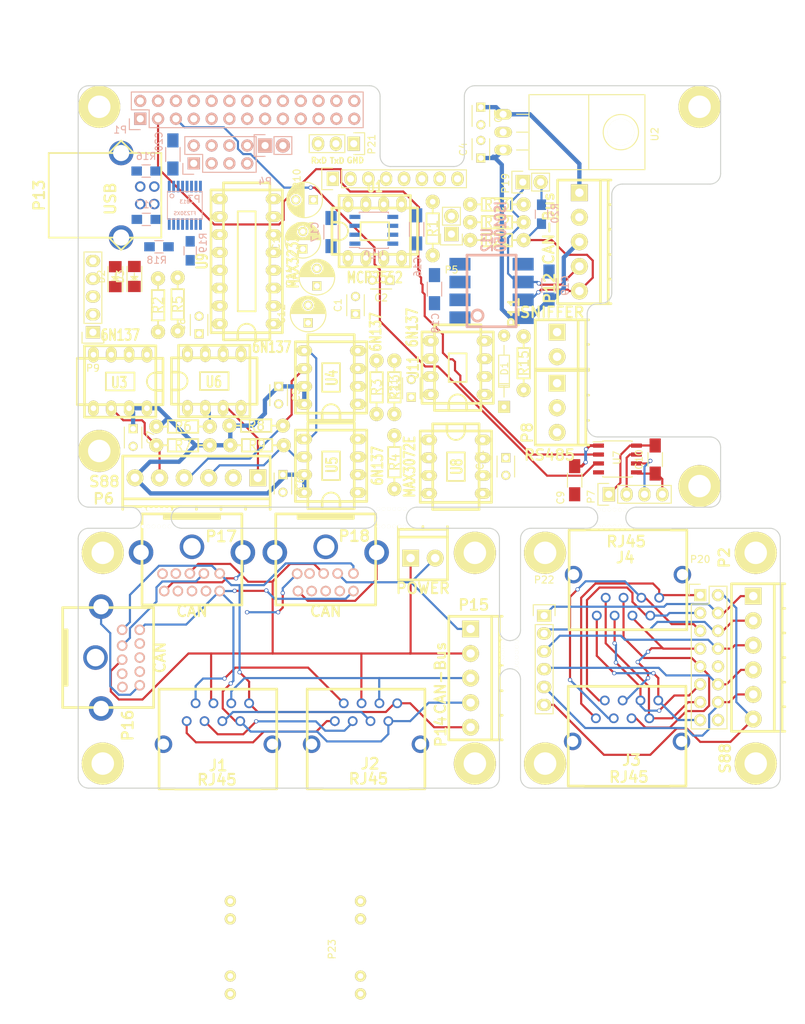
<source format=kicad_pcb>
(kicad_pcb (version 4) (host pcbnew 4.0.1-3.201512221402+6198~38~ubuntu14.04.1-stable)
  (layers (0 F.Cu signal) (31 B.Cu signal) (34 B.Paste user) (35 F.Paste user) (36 B.SilkS user) (37 F.SilkS user) (38 B.Mask user) (39 F.Mask user) (44 Edge.Cuts user))
  (net 0 "")
  (net 1 +3V3)
  (net 2 GND)
  (net 3 +5V)
  (net 4 "Net-(P3-Pad1)")
  (net 5 "Net-(P3-Pad2)")
  (net 6 /GPIO1)
  (net 7 /GPIO2)
  (net 8 /GPIO3)
  (net 9 /GPIO4)
  (net 10 "Net-(P3-Pad7)")
  (net 11 "Net-(P3-Pad8)")
  (net 12 /TxD)
  (net 13 /RxD)
  (net 14 "Net-(P5-Pad1)")
  (net 15 +15V)
  (net 16 GNDA)
  (net 17 +5VD)
  (net 18 /DATA)
  (net 19 /CLOCK)
  (net 20 /LOAD)
  (net 21 /RESET)
  (net 22 "Net-(R3-Pad1)")
  (net 23 "Net-(R4-Pad1)")
  (net 24 GNDD)
  (net 25 /I2C_SDA2)
  (net 26 /I2C_SCL2)
  (net 27 /UART3_TX)
  (net 28 /UART3_RX)
  (net 29 /PH2)
  (net 30 /I2C_SDA)
  (net 31 /I2C_SCL)
  (net 32 "Net-(C13-Pad1)")
  (net 33 /RXD2)
  (net 34 /TXD2)
  (net 35 /CTS2)
  (net 36 /MOSI)
  (net 37 /MISO)
  (net 38 /RTS2)
  (net 39 /SCLK)
  (net 40 /CE0)
  (net 41 /PI3)
  (net 42 /PI14)
  (net 43 "Net-(P11-Pad1)")
  (net 44 "Net-(D1-Pad1)")
  (net 45 "Net-(D1-Pad2)")
  (net 46 /CANTX)
  (net 47 /CANRX)
  (net 48 "Net-(D2-Pad2)")
  (net 49 "Net-(D2-Pad1)")
  (net 50 "Net-(D3-Pad2)")
  (net 51 "Net-(D3-Pad1)")
  (net 52 /CB3)
  (net 53 /CB1)
  (net 54 /CB2)
  (net 55 /CB4)
  (net 56 /CB5)
  (net 57 /CB6)
  (net 58 /CB7)
  (net 59 /CB8)
  (net 60 /CVCC)
  (net 61 "Net-(P17-Pad3)")
  (net 62 "Net-(P17-Pad10)")
  (net 63 "Net-(P17-Pad7)")
  (net 64 "Net-(P17-Pad6)")
  (net 65 "Net-(P17-Pad9)")
  (net 66 "Net-(P17-Pad5)")
  (net 67 /CANL)
  (net 68 /CANH)
  (net 69 /S88_3)
  (net 70 /S88_1)
  (net 71 /S88_2)
  (net 72 /S88_4)
  (net 73 /S88_5)
  (net 74 /S88_6)
  (net 75 /S88_7)
  (net 76 /S88_8)
  (net 77 "Net-(P20-Pad10)")
  (net 78 "Net-(C12-Pad1)")
  (net 79 "Net-(C12-Pad2)")
  (net 80 "Net-(C13-Pad2)")
  (net 81 "Net-(C14-Pad1)")
  (net 82 "Net-(C14-Pad2)")
  (net 83 "Net-(C15-Pad2)")
  (net 84 "Net-(C20-Pad1)")
  (net 85 "Net-(P2-Pad2)")
  (net 86 "Net-(P2-Pad1)")
  (net 87 "Net-(P2-Pad3)")
  (net 88 "Net-(P2-Pad4)")
  (net 89 "Net-(P2-Pad5)")
  (net 90 "Net-(P2-Pad6)")
  (net 91 "Net-(P5-Pad2)")
  (net 92 "Net-(P8-Pad2)")
  (net 93 "Net-(P8-Pad1)")
  (net 94 "Net-(P9-Pad1)")
  (net 95 "Net-(P9-Pad2)")
  (net 96 "Net-(P9-Pad3)")
  (net 97 "Net-(P9-Pad4)")
  (net 98 "Net-(P13-Pad1)")
  (net 99 "Net-(P13-Pad2)")
  (net 100 "Net-(P16-Pad3)")
  (net 101 "Net-(P16-Pad10)")
  (net 102 "Net-(P16-Pad7)")
  (net 103 "Net-(P16-Pad6)")
  (net 104 "Net-(P16-Pad9)")
  (net 105 "Net-(P16-Pad5)")
  (net 106 "Net-(P18-Pad3)")
  (net 107 "Net-(P18-Pad10)")
  (net 108 "Net-(P18-Pad7)")
  (net 109 "Net-(P18-Pad6)")
  (net 110 "Net-(P18-Pad9)")
  (net 111 "Net-(P18-Pad5)")
  (net 112 "Net-(P19-Pad2)")
  (net 113 "Net-(P20-Pad16)")
  (net 114 "Net-(R1-Pad1)")
  (net 115 "Net-(R2-Pad1)")
  (net 116 "Net-(R6-Pad2)")
  (net 117 "Net-(R16-Pad1)")
  (net 118 "Net-(R17-Pad1)")
  (net 119 "Net-(U13-Pad6)")
  (net 120 "Net-(U13-Pad7)")
  (net 121 "Net-(U13-Pad16)")
  (net 122 "Net-(U13-Pad2)")
  (net 123 +5VA)
  (net 124 VCOM)
  (net 125 "Net-(C10-Pad1)")
  (net 126 "Net-(C10-Pad2)")
  (module "abort_edge:abort edge" (layer F.Cu) (at 145 101.5 180)
    (fp_text reference E03 hide)
    (fp_text value "abort edge" hide)
    (pad "" np_thru_hole circle (at 2.25 1.25 180) (size 0.5 0.5) (drill 0.5) (layers *.Cu *.Mask F.SilkS))
    (pad "" np_thru_hole circle (at 1.5 1.25 180) (size 0.5 0.5) (drill 0.5) (layers *.Cu *.Mask F.SilkS))
    (pad "" np_thru_hole circle (at 0.75 1.25 180) (size 0.5 0.5) (drill 0.5) (layers *.Cu *.Mask F.SilkS))
    (pad "" np_thru_hole circle (at 0 1.25 180) (size 0.5 0.5) (drill 0.5) (layers *.Cu *.Mask F.SilkS))
    (pad "" np_thru_hole circle (at -0.75 1.25 180) (size 0.5 0.5) (drill 0.5) (layers *.Cu *.Mask F.SilkS))
    (pad "" np_thru_hole circle (at -1.5 1.25 180) (size 0.5 0.5) (drill 0.5) (layers *.Cu *.Mask F.SilkS))
  )
  (module "abort_edge:abort edge" (layer F.Cu) (at 145 104 180)
    (fp_text reference E03 hide)
    (fp_text value "abort edge" hide)
    (pad "" np_thru_hole circle (at 2.25 1.25 180) (size 0.5 0.5) (drill 0.5) (layers *.Cu *.Mask F.SilkS))
    (pad "" np_thru_hole circle (at 1.5 1.25 180) (size 0.5 0.5) (drill 0.5) (layers *.Cu *.Mask F.SilkS))
    (pad "" np_thru_hole circle (at 0.75 1.25 180) (size 0.5 0.5) (drill 0.5) (layers *.Cu *.Mask F.SilkS))
    (pad "" np_thru_hole circle (at 0 1.25 180) (size 0.5 0.5) (drill 0.5) (layers *.Cu *.Mask F.SilkS))
    (pad "" np_thru_hole circle (at -0.75 1.25 180) (size 0.5 0.5) (drill 0.5) (layers *.Cu *.Mask F.SilkS))
    (pad "" np_thru_hole circle (at -1.5 1.25 180) (size 0.5 0.5) (drill 0.5) (layers *.Cu *.Mask F.SilkS))
  )
  (module Capacitors_ThroughHole:C_Radial_D5_L6_P2.5 (layer F.Cu) (at 133.5 56.25 180)
    (fp_text reference C15 (at 1.25 -3.8 180) (layer F.SilkS))
    (fp_text value 10uf)
    (pad 1 thru_hole rect (at 0 0 180) (size 1.3 1.3) (drill 0.8) (layers *.Cu *.Mask F.SilkS) (net 82 "Net-(C14-Pad2)"))
    (pad 2 thru_hole circle (at 2.5 0 180) (size 1.3 1.3) (drill 0.8) (layers *.Cu *.Mask F.SilkS) (net 83 "Net-(C15-Pad2)"))
  )
  (module Capacitors_ThroughHole:C_Radial_D5_L6_P2.5 (layer F.Cu) (at 132 63.25 90)
    (fp_text reference C13 (at 1.25 -3.8 90) (layer F.SilkS))
    (fp_text value 10uf)
    (pad 1 thru_hole rect (at 0 0 90) (size 1.3 1.3) (drill 0.8) (layers *.Cu *.Mask F.SilkS) (net 32 "Net-(C13-Pad1)"))
    (pad 2 thru_hole circle (at 2.5 0 90) (size 1.3 1.3) (drill 0.8) (layers *.Cu *.Mask F.SilkS) (net 80 "Net-(C13-Pad2)"))
  )
  (module "abort_edge:abort edge" (layer F.Cu) (at 111.5 101.5 180)
    (fp_text reference E04 hide)
    (fp_text value "abort edge" hide)
    (pad "" np_thru_hole circle (at 2.25 1.25 180) (size 0.5 0.5) (drill 0.5) (layers *.Cu *.Mask F.SilkS))
    (pad "" np_thru_hole circle (at 1.5 1.25 180) (size 0.5 0.5) (drill 0.5) (layers *.Cu *.Mask F.SilkS))
    (pad "" np_thru_hole circle (at 0.75 1.25 180) (size 0.5 0.5) (drill 0.5) (layers *.Cu *.Mask F.SilkS))
    (pad "" np_thru_hole circle (at 0 1.25 180) (size 0.5 0.5) (drill 0.5) (layers *.Cu *.Mask F.SilkS))
    (pad "" np_thru_hole circle (at -0.75 1.25 180) (size 0.5 0.5) (drill 0.5) (layers *.Cu *.Mask F.SilkS))
    (pad "" np_thru_hole circle (at -1.5 1.25 180) (size 0.5 0.5) (drill 0.5) (layers *.Cu *.Mask F.SilkS))
  )
  (module "abort_edge:abort edge" (layer F.Cu) (at 111.5 104 180)
    (fp_text reference E03 hide)
    (fp_text value "abort edge" hide)
    (pad "" np_thru_hole circle (at 2.25 1.25 180) (size 0.5 0.5) (drill 0.5) (layers *.Cu *.Mask F.SilkS))
    (pad "" np_thru_hole circle (at 1.5 1.25 180) (size 0.5 0.5) (drill 0.5) (layers *.Cu *.Mask F.SilkS))
    (pad "" np_thru_hole circle (at 0.75 1.25 180) (size 0.5 0.5) (drill 0.5) (layers *.Cu *.Mask F.SilkS))
    (pad "" np_thru_hole circle (at 0 1.25 180) (size 0.5 0.5) (drill 0.5) (layers *.Cu *.Mask F.SilkS))
    (pad "" np_thru_hole circle (at -0.75 1.25 180) (size 0.5 0.5) (drill 0.5) (layers *.Cu *.Mask F.SilkS))
    (pad "" np_thru_hole circle (at -1.5 1.25 180) (size 0.5 0.5) (drill 0.5) (layers *.Cu *.Mask F.SilkS))
  )
  (module "abort_edge:abort edge" (layer F.Cu) (at 176.4 101.6 180)
    (fp_text reference E05 hide)
    (fp_text value "abort edge" hide)
    (pad "" np_thru_hole circle (at 2.25 1.25 180) (size 0.5 0.5) (drill 0.5) (layers *.Cu *.Mask F.SilkS))
    (pad "" np_thru_hole circle (at 1.5 1.25 180) (size 0.5 0.5) (drill 0.5) (layers *.Cu *.Mask F.SilkS))
    (pad "" np_thru_hole circle (at 0.75 1.25 180) (size 0.5 0.5) (drill 0.5) (layers *.Cu *.Mask F.SilkS))
    (pad "" np_thru_hole circle (at 0 1.25 180) (size 0.5 0.5) (drill 0.5) (layers *.Cu *.Mask F.SilkS))
    (pad "" np_thru_hole circle (at -0.75 1.25 180) (size 0.5 0.5) (drill 0.5) (layers *.Cu *.Mask F.SilkS))
    (pad "" np_thru_hole circle (at -1.5 1.25 180) (size 0.5 0.5) (drill 0.5) (layers *.Cu *.Mask F.SilkS))
  )
  (module "abort_edge:abort edge" (layer F.Cu) (at 176.4 104 180)
    (fp_text reference E06 hide)
    (fp_text value "abort edge" hide)
    (pad "" np_thru_hole circle (at 2.25 1.25 180) (size 0.5 0.5) (drill 0.5) (layers *.Cu *.Mask F.SilkS))
    (pad "" np_thru_hole circle (at 1.5 1.25 180) (size 0.5 0.5) (drill 0.5) (layers *.Cu *.Mask F.SilkS))
    (pad "" np_thru_hole circle (at 0.75 1.25 180) (size 0.5 0.5) (drill 0.5) (layers *.Cu *.Mask F.SilkS))
    (pad "" np_thru_hole circle (at 0 1.25 180) (size 0.5 0.5) (drill 0.5) (layers *.Cu *.Mask F.SilkS))
    (pad "" np_thru_hole circle (at -0.75 1.25 180) (size 0.5 0.5) (drill 0.5) (layers *.Cu *.Mask F.SilkS))
    (pad "" np_thru_hole circle (at -1.5 1.25 180) (size 0.5 0.5) (drill 0.5) (layers *.Cu *.Mask F.SilkS))
  )
  (module "abort_edge:abort edge" (layer F.Cu) (at 161.2 121.4 90)
    (fp_text reference E02 hide)
    (fp_text value "abort edge" hide)
    (pad "" np_thru_hole circle (at 2.25 1.25 90) (size 0.5 0.5) (drill 0.5) (layers *.Cu *.Mask F.SilkS))
    (pad "" np_thru_hole circle (at 1.5 1.25 90) (size 0.5 0.5) (drill 0.5) (layers *.Cu *.Mask F.SilkS))
    (pad "" np_thru_hole circle (at 0.75 1.25 90) (size 0.5 0.5) (drill 0.5) (layers *.Cu *.Mask F.SilkS))
    (pad "" np_thru_hole circle (at 0 1.25 90) (size 0.5 0.5) (drill 0.5) (layers *.Cu *.Mask F.SilkS))
    (pad "" np_thru_hole circle (at -0.75 1.25 90) (size 0.5 0.5) (drill 0.5) (layers *.Cu *.Mask F.SilkS))
    (pad "" np_thru_hole circle (at -1.5 1.25 90) (size 0.5 0.5) (drill 0.5) (layers *.Cu *.Mask F.SilkS))
  )
  (module Capacitors_ThroughHole:C_Radial_D5_L6_P2.5 (layer F.Cu) (at 134 68.5 90)
    (fp_text reference C14 (at 1.25 -3.8 90) (layer F.SilkS))
    (fp_text value 10uf)
    (pad 1 thru_hole rect (at 0 0 90) (size 1.3 1.3) (drill 0.8) (layers *.Cu *.Mask F.SilkS) (net 81 "Net-(C14-Pad1)"))
    (pad 2 thru_hole circle (at 2.5 0 90) (size 1.3 1.3) (drill 0.8) (layers *.Cu *.Mask F.SilkS) (net 82 "Net-(C14-Pad2)"))
  )
  (module Diodes_ThroughHole:Diode_DO-35_SOD27_Horizontal_RM10 (layer F.Cu) (at 160.655 85.725 90)
    (fp_text reference D1 (at 5.461 0.0635 90) (layer F.SilkS))
    (fp_text value 1N4148)
    (pad 2 thru_hole circle (at 10.16052 -0.00254 270) (size 1.69926 1.69926) (drill 0.70104) (layers *.Cu *.Mask F.SilkS) (net 45 "Net-(D1-Pad2)"))
    (pad 1 thru_hole rect (at 0.00052 -0.00254 270) (size 1.69926 1.69926) (drill 0.70104) (layers *.Cu *.Mask F.SilkS) (net 44 "Net-(D1-Pad1)"))
  )
  (module Connect:1pin (layer F.Cu) (at 196.5 136.5)
    (fp_text reference R012 hide)
    (fp_text value 1pin hide)
    (pad 1 thru_hole circle (at 0 0) (size 6 6) (drill 3.2) (layers *.Cu *.Mask F.SilkS))
  )
  (module Connect:1pin (layer F.Cu) (at 196.5 106.5)
    (fp_text reference R010 hide)
    (fp_text value 1pin hide)
    (pad 1 thru_hole circle (at 0 0) (size 6 6) (drill 3.2) (layers *.Cu *.Mask F.SilkS))
  )
  (module Connect:1pin (layer F.Cu) (at 166.5 106.5)
    (fp_text reference RR08 hide)
    (fp_text value 1pin hide)
    (pad 1 thru_hole circle (at 0 0) (size 6 6) (drill 3.2) (layers *.Cu *.Mask F.SilkS))
  )
  (module Connect:1pin (layer F.Cu) (at 166.5 136.5)
    (fp_text reference R011 hide)
    (fp_text value 1pin hide)
    (pad 1 thru_hole circle (at 0 0) (size 6 6) (drill 3.2) (layers *.Cu *.Mask F.SilkS))
  )
  (module Connect:1pin (layer F.Cu) (at 156.5 136.5)
    (fp_text reference R08 hide)
    (fp_text value 1pin hide)
    (pad 1 thru_hole circle (at 0 0) (size 6 6) (drill 3.2) (layers *.Cu *.Mask F.SilkS))
  )
  (module Connect:1pin (layer F.Cu) (at 156.5 106.5)
    (fp_text reference R06 hide)
    (fp_text value 1pin hide)
    (pad 1 thru_hole circle (at 0 0) (size 6 6) (drill 3.2) (layers *.Cu *.Mask F.SilkS))
  )
  (module Connect:1pin (layer F.Cu) (at 103.5 106.5)
    (fp_text reference R05 hide)
    (fp_text value 1pin hide)
    (pad 1 thru_hole circle (at 0 0) (size 6 6) (drill 3.2) (layers *.Cu *.Mask F.SilkS))
  )
  (module Connect:1pin (layer F.Cu) (at 103.5 136.5)
    (fp_text reference R07 hide)
    (fp_text value 1pin hide)
    (pad 1 thru_hole circle (at 0 0) (size 6 6) (drill 3.2) (layers *.Cu *.Mask F.SilkS))
  )
  (module Connect:1pin (layer F.Cu) (at 103 92)
    (fp_text reference R03 hide)
    (fp_text value 1pin hide)
    (pad 1 thru_hole circle (at 0 0) (size 6 6) (drill 3.2) (layers *.Cu *.Mask F.SilkS))
  )
  (module Capacitors_ThroughHole:C_Disc_D3_P2.5 (layer F.Cu) (at 139.5 72.5 90)
    (fp_text reference C1 (at 1.25 -2.5 90) (layer F.SilkS))
    (fp_text value 100nF)
    (pad 1 thru_hole rect (at 0 0 90) (size 1.3 1.3) (drill 0.8) (layers *.Cu *.Mask F.SilkS) (net 1 +3V3))
    (pad 2 thru_hole circle (at 2.5 0 90) (size 1.3 1.3) (drill 0.8001) (layers *.Cu *.Mask F.SilkS) (net 2 GND))
  )
  (module Capacitors_ThroughHole:C_Disc_D3_P2.5 (layer F.Cu) (at 144.399 67.691 180)
    (fp_text reference C2 (at 1.25 -2.5 180) (layer F.SilkS))
    (fp_text value 100nF)
    (pad 1 thru_hole rect (at 0 0 180) (size 1.3 1.3) (drill 0.8) (layers *.Cu *.Mask F.SilkS) (net 3 +5V))
    (pad 2 thru_hole circle (at 2.5 0 180) (size 1.3 1.3) (drill 0.8001) (layers *.Cu *.Mask F.SilkS) (net 2 GND))
  )
  (module Socket_Strips:Socket_Strip_Straight_2x13 (layer B.Cu) (at 108.839 44.704)
    (fp_text reference P1 (at -2.8575 1.5875) (layer B.SilkS) (effects (justify mirror)))
    (fp_text value BPi)
    (pad 1 thru_hole rect (at 0 0) (size 1.7272 1.7272) (drill 1.016) (layers *.Cu *.Mask B.SilkS) (net 1 +3V3))
    (pad 2 thru_hole oval (at 0 -2.54) (size 1.7272 1.7272) (drill 1.016) (layers *.Cu *.Mask B.SilkS) (net 3 +5V))
    (pad 3 thru_hole oval (at 2.54 0) (size 1.7272 1.7272) (drill 1.016) (layers *.Cu *.Mask B.SilkS) (net 25 /I2C_SDA2))
    (pad 4 thru_hole oval (at 2.54 -2.54) (size 1.7272 1.7272) (drill 1.016) (layers *.Cu *.Mask B.SilkS) (net 3 +5V))
    (pad 5 thru_hole oval (at 5.08 0) (size 1.7272 1.7272) (drill 1.016) (layers *.Cu *.Mask B.SilkS) (net 26 /I2C_SCL2))
    (pad 6 thru_hole oval (at 5.08 -2.54) (size 1.7272 1.7272) (drill 1.016) (layers *.Cu *.Mask B.SilkS) (net 2 GND))
    (pad 7 thru_hole oval (at 7.62 0) (size 1.7272 1.7272) (drill 1.016) (layers *.Cu *.Mask B.SilkS) (net 41 /PI3))
    (pad 8 thru_hole oval (at 7.62 -2.54) (size 1.7272 1.7272) (drill 1.016) (layers *.Cu *.Mask B.SilkS) (net 27 /UART3_TX))
    (pad 9 thru_hole oval (at 10.16 0) (size 1.7272 1.7272) (drill 1.016) (layers *.Cu *.Mask B.SilkS) (net 2 GND))
    (pad 10 thru_hole oval (at 10.16 -2.54) (size 1.7272 1.7272) (drill 1.016) (layers *.Cu *.Mask B.SilkS) (net 28 /UART3_RX))
    (pad 11 thru_hole oval (at 12.7 0) (size 1.7272 1.7272) (drill 1.016) (layers *.Cu *.Mask B.SilkS) (net 33 /RXD2))
    (pad 12 thru_hole oval (at 12.7 -2.54) (size 1.7272 1.7272) (drill 1.016) (layers *.Cu *.Mask B.SilkS) (net 29 /PH2))
    (pad 13 thru_hole oval (at 15.24 0) (size 1.7272 1.7272) (drill 1.016) (layers *.Cu *.Mask B.SilkS) (net 34 /TXD2))
    (pad 14 thru_hole oval (at 15.24 -2.54) (size 1.7272 1.7272) (drill 1.016) (layers *.Cu *.Mask B.SilkS) (net 2 GND))
    (pad 15 thru_hole oval (at 17.78 0) (size 1.7272 1.7272) (drill 1.016) (layers *.Cu *.Mask B.SilkS) (net 35 /CTS2))
    (pad 16 thru_hole oval (at 17.78 -2.54) (size 1.7272 1.7272) (drill 1.016) (layers *.Cu *.Mask B.SilkS) (net 46 /CANTX))
    (pad 17 thru_hole oval (at 20.32 0) (size 1.7272 1.7272) (drill 1.016) (layers *.Cu *.Mask B.SilkS) (net 1 +3V3))
    (pad 18 thru_hole oval (at 20.32 -2.54) (size 1.7272 1.7272) (drill 1.016) (layers *.Cu *.Mask B.SilkS) (net 47 /CANRX))
    (pad 19 thru_hole oval (at 22.86 0) (size 1.7272 1.7272) (drill 1.016) (layers *.Cu *.Mask B.SilkS) (net 36 /MOSI))
    (pad 20 thru_hole oval (at 22.86 -2.54) (size 1.7272 1.7272) (drill 1.016) (layers *.Cu *.Mask B.SilkS) (net 2 GND))
    (pad 21 thru_hole oval (at 25.4 0) (size 1.7272 1.7272) (drill 1.016) (layers *.Cu *.Mask B.SilkS) (net 37 /MISO))
    (pad 22 thru_hole oval (at 25.4 -2.54) (size 1.7272 1.7272) (drill 1.016) (layers *.Cu *.Mask B.SilkS) (net 38 /RTS2))
    (pad 23 thru_hole oval (at 27.94 0) (size 1.7272 1.7272) (drill 1.016) (layers *.Cu *.Mask B.SilkS) (net 39 /SCLK))
    (pad 24 thru_hole oval (at 27.94 -2.54) (size 1.7272 1.7272) (drill 1.016) (layers *.Cu *.Mask B.SilkS) (net 40 /CE0))
    (pad 25 thru_hole oval (at 30.48 0) (size 1.7272 1.7272) (drill 1.016) (layers *.Cu *.Mask B.SilkS) (net 2 GND))
    (pad 26 thru_hole oval (at 30.48 -2.54) (size 1.7272 1.7272) (drill 1.016) (layers *.Cu *.Mask B.SilkS) (net 42 /PI14))
  )
  (module Socket_Strips:Socket_Strip_Straight_2x04 (layer B.Cu) (at 116.459 51.054)
    (fp_text reference P3 (at 0 5.1) (layer B.SilkS) (effects (justify mirror)))
    (fp_text value CONN_02X04)
    (pad 1 thru_hole rect (at 0 0) (size 1.7272 1.7272) (drill 1.016) (layers *.Cu *.Mask B.SilkS) (net 4 "Net-(P3-Pad1)"))
    (pad 2 thru_hole oval (at 0 -2.54) (size 1.7272 1.7272) (drill 1.016) (layers *.Cu *.Mask B.SilkS) (net 5 "Net-(P3-Pad2)"))
    (pad 3 thru_hole oval (at 2.54 0) (size 1.7272 1.7272) (drill 1.016) (layers *.Cu *.Mask B.SilkS) (net 6 /GPIO1))
    (pad 4 thru_hole oval (at 2.54 -2.54) (size 1.7272 1.7272) (drill 1.016) (layers *.Cu *.Mask B.SilkS) (net 7 /GPIO2))
    (pad 5 thru_hole oval (at 5.08 0) (size 1.7272 1.7272) (drill 1.016) (layers *.Cu *.Mask B.SilkS) (net 8 /GPIO3))
    (pad 6 thru_hole oval (at 5.08 -2.54) (size 1.7272 1.7272) (drill 1.016) (layers *.Cu *.Mask B.SilkS) (net 9 /GPIO4))
    (pad 7 thru_hole oval (at 7.62 0) (size 1.7272 1.7272) (drill 1.016) (layers *.Cu *.Mask B.SilkS) (net 10 "Net-(P3-Pad7)"))
    (pad 8 thru_hole oval (at 7.62 -2.54) (size 1.7272 1.7272) (drill 1.016) (layers *.Cu *.Mask B.SilkS) (net 11 "Net-(P3-Pad8)"))
  )
  (module Socket_Strips:Socket_Strip_Straight_1x02 (layer B.Cu) (at 126.619 48.514)
    (fp_text reference P4 (at 0 5.1) (layer B.SilkS) (effects (justify mirror)))
    (fp_text value "BPi Con")
    (pad 1 thru_hole rect (at 0 0) (size 2.032 2.032) (drill 1.016) (layers *.Cu *.Mask B.SilkS) (net 12 /TxD))
    (pad 2 thru_hole oval (at 2.54 0) (size 2.032 2.032) (drill 1.016) (layers *.Cu *.Mask B.SilkS) (net 13 /RxD))
  )
  (module Pin_Headers:Pin_Header_Straight_1x02 (layer F.Cu) (at 153.162 61.1124 180)
    (fp_text reference P5 (at 0 -5.1 180) (layer F.SilkS))
    (fp_text value TERM)
    (pad 1 thru_hole rect (at 0 0 180) (size 2.032 2.032) (drill 1.016) (layers *.Cu *.Mask F.SilkS) (net 14 "Net-(P5-Pad1)"))
    (pad 2 thru_hole oval (at 0 2.54 180) (size 2.032 2.032) (drill 1.016) (layers *.Cu *.Mask F.SilkS) (net 91 "Net-(P5-Pad2)"))
  )
  (module Connect:1pin (layer F.Cu) (at 188.5 43)
    (fp_text reference R02 hide)
    (fp_text value 1pin hide)
    (pad 1 thru_hole circle (at 0 0) (size 6 6) (drill 3.2) (layers *.Cu *.Mask F.SilkS))
  )
  (module Connect:1pin (layer F.Cu) (at 188.5 97)
    (fp_text reference R04 hide)
    (fp_text value 1pin hide)
    (pad 1 thru_hole circle (at 0 0) (size 6 6) (drill 3.2) (layers *.Cu *.Mask F.SilkS))
  )
  (module Connect:1pin (layer F.Cu) (at 103 43)
    (fp_text reference R01 hide)
    (fp_text value 1pin hide)
    (pad 1 thru_hole circle (at 0 0) (size 6 6) (drill 3.2) (layers *.Cu *.Mask F.SilkS))
  )
  (module Capacitors_ThroughHole:C_Disc_D3_P2.5 (layer F.Cu) (at 157.353 43.053 270)
    (fp_text reference C3 (at 1.25 -2.5 270) (layer F.SilkS))
    (fp_text value 100nF)
    (pad 1 thru_hole rect (at 0 0 270) (size 1.3 1.3) (drill 0.8) (layers *.Cu *.Mask F.SilkS) (net 15 +15V))
    (pad 2 thru_hole circle (at 2.5 0 270) (size 1.3 1.3) (drill 0.8001) (layers *.Cu *.Mask F.SilkS) (net 16 GNDA))
  )
  (module Capacitors_ThroughHole:C_Disc_D3_P2.5 (layer F.Cu) (at 157.353 50.292 90)
    (fp_text reference C4 (at 1.25 -2.5 90) (layer F.SilkS))
    (fp_text value 100nF)
    (pad 1 thru_hole rect (at 0 0 90) (size 1.3 1.3) (drill 0.8) (layers *.Cu *.Mask F.SilkS) (net 123 +5VA))
    (pad 2 thru_hole circle (at 2.5 0 90) (size 1.3 1.3) (drill 0.8001) (layers *.Cu *.Mask F.SilkS) (net 16 GNDA))
  )
  (module Capacitors_ThroughHole:C_Disc_D3_P2.5 (layer F.Cu) (at 128.5494 82.804 270)
    (fp_text reference C5 (at 1.25 -2.5 270) (layer F.SilkS))
    (fp_text value 100nF)
    (pad 1 thru_hole rect (at 0 0 270) (size 1.3 1.3) (drill 0.8) (layers *.Cu *.Mask F.SilkS) (net 17 +5VD))
    (pad 2 thru_hole circle (at 2.5 0 270) (size 1.3 1.3) (drill 0.8001) (layers *.Cu *.Mask F.SilkS) (net 24 GNDD))
  )
  (module Capacitors_ThroughHole:C_Disc_D3_P2.5 (layer F.Cu) (at 129.159 95.377 270)
    (fp_text reference C6 (at 1.25 -2.5 270) (layer F.SilkS))
    (fp_text value 100nF)
    (pad 1 thru_hole rect (at 0 0 270) (size 1.3 1.3) (drill 0.8) (layers *.Cu *.Mask F.SilkS) (net 17 +5VD))
    (pad 2 thru_hole circle (at 2.5 0 270) (size 1.3 1.3) (drill 0.8001) (layers *.Cu *.Mask F.SilkS) (net 24 GNDD))
  )
  (module Capacitors_ThroughHole:C_Disc_D3_P2.5 (layer F.Cu) (at 107.823 88.8365 270)
    (fp_text reference C7 (at 1.25 -2.5 270) (layer F.SilkS))
    (fp_text value 100nF)
    (pad 1 thru_hole rect (at 0 0 270) (size 1.3 1.3) (drill 0.8) (layers *.Cu *.Mask F.SilkS) (net 17 +5VD))
    (pad 2 thru_hole circle (at 2.5 0 270) (size 1.3 1.3) (drill 0.8001) (layers *.Cu *.Mask F.SilkS) (net 24 GNDD))
  )
  (module Capacitors_ThroughHole:C_Disc_D3_P2.5 (layer F.Cu) (at 117.221 75.311 90)
    (fp_text reference C8 (at 1.25 -2.5 90) (layer F.SilkS))
    (fp_text value 100nF)
    (pad 1 thru_hole rect (at 0 0 90) (size 1.3 1.3) (drill 0.8) (layers *.Cu *.Mask F.SilkS) (net 3 +5V))
    (pad 2 thru_hole circle (at 2.5 0 90) (size 1.3 1.3) (drill 0.8001) (layers *.Cu *.Mask F.SilkS) (net 2 GND))
  )
  (module Capacitors_ThroughHole:C_Disc_D3_P2.5 (layer F.Cu) (at 160.909 92.964 270)
    (fp_text reference C11 (at 0.3175 3.683 270) (layer F.SilkS))
    (fp_text value 100nF)
    (pad 1 thru_hole rect (at 0 0 270) (size 1.3 1.3) (drill 0.8) (layers *.Cu *.Mask F.SilkS) (net 1 +3V3))
    (pad 2 thru_hole circle (at 2.5 0 270) (size 1.3 1.3) (drill 0.8001) (layers *.Cu *.Mask F.SilkS) (net 2 GND))
  )
  (module Housings_SOIC:SOIC-8_3.9x4.9mm_Pitch1.27mm (layer F.Cu) (at 176.8094 93.1418)
    (fp_text reference U7 (at -0.0762 -0.1778 90) (layer F.SilkS))
    (fp_text value ADuM1251BR)
    (pad 1 smd rect (at -2.7 -1.905) (size 1.55 0.6) (layers F.Cu F.Paste F.Mask) (net 1 +3V3))
    (pad 2 smd rect (at -2.7 -0.635) (size 1.55 0.6) (layers F.Cu F.Paste F.Mask) (net 25 /I2C_SDA2))
    (pad 3 smd rect (at -2.7 0.635) (size 1.55 0.6) (layers F.Cu F.Paste F.Mask) (net 26 /I2C_SCL2))
    (pad 4 smd rect (at -2.7 1.905) (size 1.55 0.6) (layers F.Cu F.Paste F.Mask) (net 2 GND))
    (pad 5 smd rect (at 2.7 1.905) (size 1.55 0.6) (layers F.Cu F.Paste F.Mask) (net 125 "Net-(C10-Pad1)"))
    (pad 6 smd rect (at 2.7 0.635) (size 1.55 0.6) (layers F.Cu F.Paste F.Mask) (net 31 /I2C_SCL))
    (pad 7 smd rect (at 2.7 -0.635) (size 1.55 0.6) (layers F.Cu F.Paste F.Mask) (net 30 /I2C_SDA))
    (pad 8 smd rect (at 2.7 -1.905) (size 1.55 0.6) (layers F.Cu F.Paste F.Mask) (net 126 "Net-(C10-Pad2)"))
  )
  (module Capacitors_SMD:C_1206_HandSoldering (layer F.Cu) (at 170.7134 96.1644 270)
    (fp_text reference C9 (at 2.4892 2.0066 270) (layer F.SilkS))
    (fp_text value 100nF)
    (pad 1 smd rect (at -2 0 270) (size 2 1.6) (layers F.Cu F.Paste F.Mask) (net 1 +3V3))
    (pad 2 smd rect (at 2 0 270) (size 2 1.6) (layers F.Cu F.Paste F.Mask) (net 2 GND))
  )
  (module Capacitors_ThroughHole:C_Radial_D5_L6_P2.5 (layer F.Cu) (at 132.75 73.75 90)
    (fp_text reference C12 (at 1.25 -3.8 90) (layer F.SilkS))
    (fp_text value 10uf)
    (pad 1 thru_hole rect (at 0 0 90) (size 1.3 1.3) (drill 0.8) (layers *.Cu *.Mask F.SilkS) (net 78 "Net-(C12-Pad1)"))
    (pad 2 thru_hole circle (at 2.5 0 90) (size 1.3 1.3) (drill 0.8) (layers *.Cu *.Mask F.SilkS) (net 79 "Net-(C12-Pad2)"))
  )
  (module Pin_Headers:Pin_Header_Straight_1x05 (layer F.Cu) (at 102.1 75.1 180)
    (fp_text reference P9 (at 0 -5.1 180) (layer F.SilkS))
    (fp_text value RS232)
    (pad 1 thru_hole rect (at 0 0 180) (size 2.032 1.7272) (drill 1.016) (layers *.Cu *.Mask F.SilkS) (net 94 "Net-(P9-Pad1)"))
    (pad 2 thru_hole oval (at 0 2.54 180) (size 2.032 1.7272) (drill 1.016) (layers *.Cu *.Mask F.SilkS) (net 95 "Net-(P9-Pad2)"))
    (pad 3 thru_hole oval (at 0 5.08 180) (size 2.032 1.7272) (drill 1.016) (layers *.Cu *.Mask F.SilkS) (net 96 "Net-(P9-Pad3)"))
    (pad 4 thru_hole oval (at 0 7.62 180) (size 2.032 1.7272) (drill 1.016) (layers *.Cu *.Mask F.SilkS) (net 97 "Net-(P9-Pad4)"))
    (pad 5 thru_hole oval (at 0 10.16 180) (size 2.032 1.7272) (drill 1.016) (layers *.Cu *.Mask F.SilkS) (net 2 GND))
  )
  (module Capacitors_SMD:C_1206_HandSoldering (layer B.Cu) (at 148.209 60.452 270)
    (fp_text reference C16 (at 5.334 -0.127 270) (layer B.SilkS) (effects (justify mirror)))
    (fp_text value 100nF)
    (pad 1 smd rect (at -2 0 270) (size 2 1.6) (layers B.Cu B.Paste B.Mask) (net 1 +3V3))
    (pad 2 smd rect (at 2 0 270) (size 2 1.6) (layers B.Cu B.Paste B.Mask) (net 2 GND))
  )
  (module Capacitors_SMD:C_1206_HandSoldering (layer B.Cu) (at 136.017 60.833 270)
    (fp_text reference C17 (at 0 2.3 270) (layer B.SilkS) (effects (justify mirror)))
    (fp_text value 100nF)
    (pad 1 smd rect (at -2 0 270) (size 2 1.6) (layers B.Cu B.Paste B.Mask) (net 3 +5V))
    (pad 2 smd rect (at 2 0 270) (size 2 1.6) (layers B.Cu B.Paste B.Mask) (net 2 GND))
  )
  (module Housings_SOIC:SOIC-8_3.9x4.9mm_Pitch1.27mm (layer B.Cu) (at 142.113 60.579)
    (fp_text reference U10 (at 0 3.5) (layer B.SilkS) (effects (justify mirror)))
    (fp_text value MCP2562)
    (pad 1 smd rect (at -2.7 1.905) (size 1.55 0.6) (layers B.Cu B.Paste B.Mask) (net 46 /CANTX))
    (pad 2 smd rect (at -2.7 0.635) (size 1.55 0.6) (layers B.Cu B.Paste B.Mask) (net 2 GND))
    (pad 3 smd rect (at -2.7 -0.635) (size 1.55 0.6) (layers B.Cu B.Paste B.Mask) (net 3 +5V))
    (pad 4 smd rect (at -2.7 -1.905) (size 1.55 0.6) (layers B.Cu B.Paste B.Mask) (net 47 /CANRX))
    (pad 5 smd rect (at 2.7 -1.905) (size 1.55 0.6) (layers B.Cu B.Paste B.Mask) (net 1 +3V3))
    (pad 6 smd rect (at 2.7 -0.635) (size 1.55 0.6) (layers B.Cu B.Paste B.Mask) (net 91 "Net-(P5-Pad2)"))
    (pad 7 smd rect (at 2.7 0.635) (size 1.55 0.6) (layers B.Cu B.Paste B.Mask) (net 114 "Net-(R1-Pad1)"))
    (pad 8 smd rect (at 2.7 1.905) (size 1.55 0.6) (layers B.Cu B.Paste B.Mask) (net 2 GND))
  )
  (module Pin_Headers:Pin_Header_Straight_1x08 (layer F.Cu) (at 136.25 53.25 90)
    (fp_text reference P10 (at 0 -5.1 90) (layer F.SilkS))
    (fp_text value SPI)
    (pad 1 thru_hole rect (at 0 0 90) (size 2.032 1.7272) (drill 1.016) (layers *.Cu *.Mask F.SilkS) (net 2 GND))
    (pad 2 thru_hole oval (at 0 2.54 90) (size 2.032 1.7272) (drill 1.016) (layers *.Cu *.Mask F.SilkS) (net 40 /CE0))
    (pad 3 thru_hole oval (at 0 5.08 90) (size 2.032 1.7272) (drill 1.016) (layers *.Cu *.Mask F.SilkS) (net 39 /SCLK))
    (pad 4 thru_hole oval (at 0 7.62 90) (size 2.032 1.7272) (drill 1.016) (layers *.Cu *.Mask F.SilkS) (net 37 /MISO))
    (pad 5 thru_hole oval (at 0 10.16 90) (size 2.032 1.7272) (drill 1.016) (layers *.Cu *.Mask F.SilkS) (net 36 /MOSI))
    (pad 6 thru_hole oval (at 0 12.7 90) (size 2.032 1.7272) (drill 1.016) (layers *.Cu *.Mask F.SilkS) (net 42 /PI14))
    (pad 7 thru_hole oval (at 0 15.24 90) (size 2.032 1.7272) (drill 1.016) (layers *.Cu *.Mask F.SilkS) (net 1 +3V3))
    (pad 8 thru_hole oval (at 0 17.78 90) (size 2.032 1.7272) (drill 1.016) (layers *.Cu *.Mask F.SilkS) (net 1 +3V3))
  )
  (module Capacitors_SMD:C_1206_HandSoldering (layer B.Cu) (at 150.749 68.961 90)
    (fp_text reference C18 (at -4.826 0.127 90) (layer B.SilkS) (effects (justify mirror)))
    (fp_text value 100nF)
    (pad 1 smd rect (at -2 0 90) (size 2 1.6) (layers B.Cu B.Paste B.Mask) (net 1 +3V3))
    (pad 2 smd rect (at 2 0 90) (size 2 1.6) (layers B.Cu B.Paste B.Mask) (net 2 GND))
  )
  (module w_smd_dil:mdip_8 (layer B.Cu) (at 158.877 69.215 90)
    (fp_text reference U12 (at 7.239 -0.635 90) (layer B.SilkS) (effects (font (size 1.524 1.143) (thickness 0.28702)) (justify mirror)))
    (fp_text value ISO1050 (at 9.144 1.27 270) (layer B.SilkS) (effects (font (size 1.524 1.143) (thickness 0.28575)) (justify mirror)))
    (pad 1 smd rect (at -3.81 -4.5 90) (size 1.8 3) (layers B.Cu B.Paste B.Mask) (net 1 +3V3))
    (pad 2 smd rect (at -1.27 -4.5 90) (size 1.8 3) (layers B.Cu B.Paste B.Mask) (net 47 /CANRX))
    (pad 3 smd rect (at 1.27 -4.5 90) (size 1.8 3) (layers B.Cu B.Paste B.Mask) (net 46 /CANTX))
    (pad 4 smd rect (at 3.81 -4.5 90) (size 1.8 3) (layers B.Cu B.Paste B.Mask) (net 2 GND))
    (pad 5 smd rect (at 3.81 4.5 90) (size 1.8 3) (layers B.Cu B.Paste B.Mask) (net 16 GNDA))
    (pad 6 smd rect (at 1.27 4.5 90) (size 1.8 3) (layers B.Cu B.Paste B.Mask) (net 67 /CANL))
    (pad 7 smd rect (at -1.27 4.5 90) (size 1.8 3) (layers B.Cu B.Paste B.Mask) (net 68 /CANH))
    (pad 8 smd rect (at -3.81 4.5 90) (size 1.8 3) (layers B.Cu B.Paste B.Mask) (net 123 +5VA))
  )
  (module w_pth_circuits:dil_16-300_socket (layer F.Cu) (at 124 65 90)
    (fp_text reference U9 (at 0 -6.35 90) (layer F.SilkS) (effects (font (size 1.524 1.143) (thickness 0.28702))))
    (fp_text value MAX3232 (at 0 6.604 90) (layer F.SilkS) (effects (font (size 1.524 1.143) (thickness 0.28702))))
    (pad 1 thru_hole oval (at -8.89 3.81 90) (size 1.50114 2.19964) (drill 0.8001) (layers *.Cu *.Mask F.SilkS) (net 78 "Net-(C12-Pad1)"))
    (pad 2 thru_hole oval (at -6.35 3.81 90) (size 1.50114 2.19964) (drill 0.8001) (layers *.Cu *.Mask F.SilkS) (net 81 "Net-(C14-Pad1)"))
    (pad 3 thru_hole oval (at -3.81 3.81 90) (size 1.50114 2.19964) (drill 0.8001) (layers *.Cu *.Mask F.SilkS) (net 79 "Net-(C12-Pad2)"))
    (pad 4 thru_hole oval (at -1.27 3.81 90) (size 1.50114 2.19964) (drill 0.8001) (layers *.Cu *.Mask F.SilkS) (net 32 "Net-(C13-Pad1)"))
    (pad 5 thru_hole oval (at 1.27 3.81 90) (size 1.50114 2.19964) (drill 0.8001) (layers *.Cu *.Mask F.SilkS) (net 80 "Net-(C13-Pad2)"))
    (pad 6 thru_hole oval (at 3.81 3.81 90) (size 1.50114 2.19964) (drill 0.8001) (layers *.Cu *.Mask F.SilkS) (net 83 "Net-(C15-Pad2)"))
    (pad 7 thru_hole oval (at 6.35 3.81 90) (size 1.50114 2.19964) (drill 0.8001) (layers *.Cu *.Mask F.SilkS) (net 95 "Net-(P9-Pad2)"))
    (pad 8 thru_hole oval (at 8.89 3.81 90) (size 1.50114 2.19964) (drill 0.8001) (layers *.Cu *.Mask F.SilkS) (net 97 "Net-(P9-Pad4)"))
    (pad 9 thru_hole oval (at 8.89 -3.81 90) (size 1.50114 2.19964) (drill 0.8001) (layers *.Cu *.Mask F.SilkS) (net 35 /CTS2))
    (pad 10 thru_hole oval (at 6.35 -3.81 90) (size 1.50114 2.19964) (drill 0.8001) (layers *.Cu *.Mask F.SilkS) (net 38 /RTS2))
    (pad 11 thru_hole oval (at 3.81 -3.81 90) (size 1.50114 2.19964) (drill 0.8001) (layers *.Cu *.Mask F.SilkS) (net 34 /TXD2))
    (pad 12 thru_hole oval (at 1.27 -3.81 90) (size 1.50114 2.19964) (drill 0.8001) (layers *.Cu *.Mask F.SilkS) (net 33 /RXD2))
    (pad 13 thru_hole oval (at -1.27 -3.81 90) (size 1.50114 2.19964) (drill 0.8001) (layers *.Cu *.Mask F.SilkS) (net 96 "Net-(P9-Pad3)"))
    (pad 14 thru_hole oval (at -3.81 -3.81 90) (size 1.50114 2.19964) (drill 0.8001) (layers *.Cu *.Mask F.SilkS) (net 94 "Net-(P9-Pad1)"))
    (pad 15 thru_hole oval (at -6.35 -3.81 90) (size 1.50114 2.19964) (drill 0.8001) (layers *.Cu *.Mask F.SilkS) (net 2 GND))
    (pad 16 thru_hole oval (at -8.89 -3.81 90) (size 1.50114 2.19964) (drill 0.8001) (layers *.Cu *.Mask F.SilkS) (net 1 +3V3))
  )
  (module w_pth_circuits:dil_8-300_socket (layer F.Cu) (at 142.24 60.706)
    (fp_text reference U1 (at 0 -6.35) (layer F.SilkS) (effects (font (size 1.524 1.143) (thickness 0.28702))))
    (fp_text value MCP2562 (at 0 6.604) (layer F.SilkS) (effects (font (size 1.524 1.143) (thickness 0.28575))))
    (pad 1 thru_hole oval (at -3.81 3.81) (size 1.50114 2.19964) (drill 0.8001) (layers *.Cu *.Mask F.SilkS) (net 46 /CANTX))
    (pad 2 thru_hole oval (at -1.27 3.81) (size 1.50114 2.19964) (drill 0.8001) (layers *.Cu *.Mask F.SilkS) (net 2 GND))
    (pad 3 thru_hole oval (at 1.27 3.81) (size 1.50114 2.19964) (drill 0.8001) (layers *.Cu *.Mask F.SilkS) (net 3 +5V))
    (pad 4 thru_hole oval (at 3.81 3.81) (size 1.50114 2.19964) (drill 0.8001) (layers *.Cu *.Mask F.SilkS) (net 47 /CANRX))
    (pad 5 thru_hole oval (at 3.81 -3.81) (size 1.50114 2.19964) (drill 0.8001) (layers *.Cu *.Mask F.SilkS) (net 1 +3V3))
    (pad 6 thru_hole oval (at 1.27 -3.81) (size 1.50114 2.19964) (drill 0.8001) (layers *.Cu *.Mask F.SilkS) (net 91 "Net-(P5-Pad2)"))
    (pad 7 thru_hole oval (at -1.27 -3.81) (size 1.50114 2.19964) (drill 0.8001) (layers *.Cu *.Mask F.SilkS) (net 114 "Net-(R1-Pad1)"))
    (pad 8 thru_hole oval (at -3.81 -3.81) (size 1.50114 2.19964) (drill 0.8001) (layers *.Cu *.Mask F.SilkS) (net 2 GND))
  )
  (module w_pth_circuits:dil_8-300_socket (layer F.Cu) (at 119.38 82.042)
    (fp_text reference U6 (at -0.0635 0.127) (layer F.SilkS) (effects (font (size 1.524 1.143) (thickness 0.28702))))
    (fp_text value 6N137 (at 8.1915 -4.826) (layer F.SilkS) (effects (font (size 1.524 1.143) (thickness 0.28702))))
    (pad 1 thru_hole oval (at -3.81 3.81) (size 1.50114 2.19964) (drill 0.8001) (layers *.Cu *.Mask F.SilkS))
    (pad 2 thru_hole oval (at -1.27 3.81) (size 1.50114 2.19964) (drill 0.8001) (layers *.Cu *.Mask F.SilkS) (net 116 "Net-(R6-Pad2)"))
    (pad 3 thru_hole oval (at 1.27 3.81) (size 1.50114 2.19964) (drill 0.8001) (layers *.Cu *.Mask F.SilkS) (net 18 /DATA))
    (pad 4 thru_hole oval (at 3.81 3.81) (size 1.50114 2.19964) (drill 0.8001) (layers *.Cu *.Mask F.SilkS))
    (pad 5 thru_hole oval (at 3.81 -3.81) (size 1.50114 2.19964) (drill 0.8001) (layers *.Cu *.Mask F.SilkS) (net 2 GND))
    (pad 6 thru_hole oval (at 1.27 -3.81) (size 1.50114 2.19964) (drill 0.8001) (layers *.Cu *.Mask F.SilkS) (net 9 /GPIO4))
    (pad 7 thru_hole oval (at -1.27 -3.81) (size 1.50114 2.19964) (drill 0.8001) (layers *.Cu *.Mask F.SilkS) (net 3 +5V))
    (pad 8 thru_hole oval (at -3.81 -3.81) (size 1.50114 2.19964) (drill 0.8001) (layers *.Cu *.Mask F.SilkS) (net 3 +5V))
  )
  (module w_pth_circuits:dil_8-300_socket (layer F.Cu) (at 136.017 94.107 90)
    (fp_text reference U5 (at 0.127 0.127 90) (layer F.SilkS) (effects (font (size 1.524 1.143) (thickness 0.28702))))
    (fp_text value 6N137 (at 0 6.604 90) (layer F.SilkS) (effects (font (size 1.524 1.143) (thickness 0.28702))))
    (pad 1 thru_hole oval (at -3.81 3.81 90) (size 1.50114 2.19964) (drill 0.8001) (layers *.Cu *.Mask F.SilkS))
    (pad 2 thru_hole oval (at -1.27 3.81 90) (size 1.50114 2.19964) (drill 0.8001) (layers *.Cu *.Mask F.SilkS) (net 23 "Net-(R4-Pad1)"))
    (pad 3 thru_hole oval (at 1.27 3.81 90) (size 1.50114 2.19964) (drill 0.8001) (layers *.Cu *.Mask F.SilkS) (net 8 /GPIO3))
    (pad 4 thru_hole oval (at 3.81 3.81 90) (size 1.50114 2.19964) (drill 0.8001) (layers *.Cu *.Mask F.SilkS))
    (pad 5 thru_hole oval (at 3.81 -3.81 90) (size 1.50114 2.19964) (drill 0.8001) (layers *.Cu *.Mask F.SilkS) (net 24 GNDD))
    (pad 6 thru_hole oval (at 1.27 -3.81 90) (size 1.50114 2.19964) (drill 0.8001) (layers *.Cu *.Mask F.SilkS) (net 19 /CLOCK))
    (pad 7 thru_hole oval (at -1.27 -3.81 90) (size 1.50114 2.19964) (drill 0.8001) (layers *.Cu *.Mask F.SilkS) (net 17 +5VD))
    (pad 8 thru_hole oval (at -3.81 -3.81 90) (size 1.50114 2.19964) (drill 0.8001) (layers *.Cu *.Mask F.SilkS) (net 17 +5VD))
  )
  (module w_pth_circuits:dil_8-300_socket (layer F.Cu) (at 105.9815 82.1055 180)
    (fp_text reference U3 (at 0.1455 -0.173 180) (layer F.SilkS) (effects (font (size 1.524 1.143) (thickness 0.28702))))
    (fp_text value 6N137 (at 0 6.604 180) (layer F.SilkS) (effects (font (size 1.524 1.143) (thickness 0.28702))))
    (pad 1 thru_hole oval (at -3.81 3.81 180) (size 1.50114 2.19964) (drill 0.8001) (layers *.Cu *.Mask F.SilkS))
    (pad 2 thru_hole oval (at -1.27 3.81 180) (size 1.50114 2.19964) (drill 0.8001) (layers *.Cu *.Mask F.SilkS) (net 115 "Net-(R2-Pad1)"))
    (pad 3 thru_hole oval (at 1.27 3.81 180) (size 1.50114 2.19964) (drill 0.8001) (layers *.Cu *.Mask F.SilkS) (net 6 /GPIO1))
    (pad 4 thru_hole oval (at 3.81 3.81 180) (size 1.50114 2.19964) (drill 0.8001) (layers *.Cu *.Mask F.SilkS))
    (pad 5 thru_hole oval (at 3.81 -3.81 180) (size 1.50114 2.19964) (drill 0.8001) (layers *.Cu *.Mask F.SilkS) (net 24 GNDD))
    (pad 6 thru_hole oval (at 1.27 -3.81 180) (size 1.50114 2.19964) (drill 0.8001) (layers *.Cu *.Mask F.SilkS) (net 21 /RESET))
    (pad 7 thru_hole oval (at -1.27 -3.81 180) (size 1.50114 2.19964) (drill 0.8001) (layers *.Cu *.Mask F.SilkS) (net 17 +5VD))
    (pad 8 thru_hole oval (at -3.81 -3.81 180) (size 1.50114 2.19964) (drill 0.8001) (layers *.Cu *.Mask F.SilkS) (net 17 +5VD))
  )
  (module w_pth_circuits:dil_8-300_socket (layer F.Cu) (at 136.017 81.534 90)
    (fp_text reference U4 (at -0.0635 0.127 90) (layer F.SilkS) (effects (font (size 1.524 1.143) (thickness 0.28702))))
    (fp_text value 6N137 (at 6.477 6.35 90) (layer F.SilkS) (effects (font (size 1.524 1.143) (thickness 0.28702))))
    (pad 1 thru_hole oval (at -3.81 3.81 90) (size 1.50114 2.19964) (drill 0.8001) (layers *.Cu *.Mask F.SilkS))
    (pad 2 thru_hole oval (at -1.27 3.81 90) (size 1.50114 2.19964) (drill 0.8001) (layers *.Cu *.Mask F.SilkS) (net 22 "Net-(R3-Pad1)"))
    (pad 3 thru_hole oval (at 1.27 3.81 90) (size 1.50114 2.19964) (drill 0.8001) (layers *.Cu *.Mask F.SilkS) (net 7 /GPIO2))
    (pad 4 thru_hole oval (at 3.81 3.81 90) (size 1.50114 2.19964) (drill 0.8001) (layers *.Cu *.Mask F.SilkS))
    (pad 5 thru_hole oval (at 3.81 -3.81 90) (size 1.50114 2.19964) (drill 0.8001) (layers *.Cu *.Mask F.SilkS) (net 24 GNDD))
    (pad 6 thru_hole oval (at 1.27 -3.81 90) (size 1.50114 2.19964) (drill 0.8001) (layers *.Cu *.Mask F.SilkS) (net 20 /LOAD))
    (pad 7 thru_hole oval (at -1.27 -3.81 90) (size 1.50114 2.19964) (drill 0.8001) (layers *.Cu *.Mask F.SilkS) (net 17 +5VD))
    (pad 8 thru_hole oval (at -3.81 -3.81 90) (size 1.50114 2.19964) (drill 0.8001) (layers *.Cu *.Mask F.SilkS) (net 17 +5VD))
  )
  (module w_pth_circuits:dil_8-300_socket (layer F.Cu) (at 153.797 94.234 270)
    (fp_text reference U8 (at 0 -0.127 270) (layer F.SilkS) (effects (font (size 1.524 1.143) (thickness 0.28702))))
    (fp_text value MAX3072E (at 0 6.604 270) (layer F.SilkS) (effects (font (size 1.524 1.143) (thickness 0.28702))))
    (pad 1 thru_hole oval (at -3.81 3.81 270) (size 1.50114 2.19964) (drill 0.8001) (layers *.Cu *.Mask F.SilkS) (net 28 /UART3_RX))
    (pad 2 thru_hole oval (at -1.27 3.81 270) (size 1.50114 2.19964) (drill 0.8001) (layers *.Cu *.Mask F.SilkS) (net 29 /PH2))
    (pad 3 thru_hole oval (at 1.27 3.81 270) (size 1.50114 2.19964) (drill 0.8001) (layers *.Cu *.Mask F.SilkS) (net 29 /PH2))
    (pad 4 thru_hole oval (at 3.81 3.81 270) (size 1.50114 2.19964) (drill 0.8001) (layers *.Cu *.Mask F.SilkS) (net 27 /UART3_TX))
    (pad 5 thru_hole oval (at 3.81 -3.81 270) (size 1.50114 2.19964) (drill 0.8001) (layers *.Cu *.Mask F.SilkS) (net 2 GND))
    (pad 6 thru_hole oval (at 1.27 -3.81 270) (size 1.50114 2.19964) (drill 0.8001) (layers *.Cu *.Mask F.SilkS) (net 93 "Net-(P8-Pad1)"))
    (pad 7 thru_hole oval (at -1.27 -3.81 270) (size 1.50114 2.19964) (drill 0.8001) (layers *.Cu *.Mask F.SilkS) (net 92 "Net-(P8-Pad2)"))
    (pad 8 thru_hole oval (at -3.81 -3.81 270) (size 1.50114 2.19964) (drill 0.8001) (layers *.Cu *.Mask F.SilkS) (net 1 +3V3))
  )
  (module w_pth_circuits:dil_8-300_socket (layer F.Cu) (at 154.051 80.137 90)
    (fp_text reference U11 (at 0 -6.35 90) (layer F.SilkS) (effects (font (size 1.524 1.143) (thickness 0.28702))))
    (fp_text value 6N137 (at 5.715 -6.477 90) (layer F.SilkS) (effects (font (size 1.524 1.143) (thickness 0.28702))))
    (pad 1 thru_hole oval (at -3.81 3.81 90) (size 1.50114 2.19964) (drill 0.8001) (layers *.Cu *.Mask F.SilkS))
    (pad 2 thru_hole oval (at -1.27 3.81 90) (size 1.50114 2.19964) (drill 0.8001) (layers *.Cu *.Mask F.SilkS) (net 44 "Net-(D1-Pad1)"))
    (pad 3 thru_hole oval (at 1.27 3.81 90) (size 1.50114 2.19964) (drill 0.8001) (layers *.Cu *.Mask F.SilkS) (net 45 "Net-(D1-Pad2)"))
    (pad 4 thru_hole oval (at 3.81 3.81 90) (size 1.50114 2.19964) (drill 0.8001) (layers *.Cu *.Mask F.SilkS))
    (pad 5 thru_hole oval (at 3.81 -3.81 90) (size 1.50114 2.19964) (drill 0.8001) (layers *.Cu *.Mask F.SilkS) (net 2 GND))
    (pad 6 thru_hole oval (at 1.27 -3.81 90) (size 1.50114 2.19964) (drill 0.8001) (layers *.Cu *.Mask F.SilkS) (net 41 /PI3))
    (pad 7 thru_hole oval (at -1.27 -3.81 90) (size 1.50114 2.19964) (drill 0.8001) (layers *.Cu *.Mask F.SilkS) (net 3 +5V))
    (pad 8 thru_hole oval (at -3.81 -3.81 90) (size 1.50114 2.19964) (drill 0.8001) (layers *.Cu *.Mask F.SilkS) (net 3 +5V))
  )
  (module w_pth_resistors:RC03 (layer F.Cu) (at 145.034 93.599 90)
    (fp_text reference R4 (at 0 0 90) (layer F.SilkS) (effects (font (size 1.397 1.27) (thickness 0.2032))))
    (fp_text value 270 hide)
    (pad 1 thru_hole circle (at -3.81 0 90) (size 1.99898 1.99898) (drill 0.8001) (layers *.Cu *.Mask F.SilkS) (net 23 "Net-(R4-Pad1)"))
    (pad 2 thru_hole circle (at 3.81 0 90) (size 1.99898 1.99898) (drill 0.8001) (layers *.Cu *.Mask F.SilkS) (net 1 +3V3))
  )
  (module w_pth_resistors:RC03 (layer F.Cu) (at 142.494 82.931 90)
    (fp_text reference R3 (at 0 0 90) (layer F.SilkS) (effects (font (size 1.397 1.27) (thickness 0.2032))))
    (fp_text value 270 hide)
    (pad 1 thru_hole circle (at -3.81 0 90) (size 1.99898 1.99898) (drill 0.8001) (layers *.Cu *.Mask F.SilkS) (net 22 "Net-(R3-Pad1)"))
    (pad 2 thru_hole circle (at 3.81 0 90) (size 1.99898 1.99898) (drill 0.8001) (layers *.Cu *.Mask F.SilkS) (net 1 +3V3))
  )
  (module w_pth_resistors:RC03 (layer F.Cu) (at 145.034 82.931 270)
    (fp_text reference R13 (at 0 0 270) (layer F.SilkS) (effects (font (size 1.397 1.27) (thickness 0.2032))))
    (fp_text value 1k8 hide)
    (pad 1 thru_hole circle (at -3.81 0 270) (size 1.99898 1.99898) (drill 0.8001) (layers *.Cu *.Mask F.SilkS) (net 41 /PI3))
    (pad 2 thru_hole circle (at 3.81 0 270) (size 1.99898 1.99898) (drill 0.8001) (layers *.Cu *.Mask F.SilkS) (net 1 +3V3))
  )
  (module w_pth_resistors:RC03 (layer F.Cu) (at 125.476 91.186)
    (fp_text reference R9 (at 0 0) (layer F.SilkS) (effects (font (size 1.397 1.27) (thickness 0.2032))))
    (fp_text value 1k5 hide)
    (pad 1 thru_hole circle (at -3.81 0) (size 1.99898 1.99898) (drill 0.8001) (layers *.Cu *.Mask F.SilkS) (net 17 +5VD))
    (pad 2 thru_hole circle (at 3.81 0) (size 1.99898 1.99898) (drill 0.8001) (layers *.Cu *.Mask F.SilkS) (net 19 /CLOCK))
  )
  (module w_pth_resistors:RC03 (layer F.Cu) (at 114.935 88.519)
    (fp_text reference R6 (at 0 0) (layer F.SilkS) (effects (font (size 1.397 1.27) (thickness 0.2032))))
    (fp_text value 390 hide)
    (pad 1 thru_hole circle (at -3.81 0) (size 1.99898 1.99898) (drill 0.8001) (layers *.Cu *.Mask F.SilkS) (net 17 +5VD))
    (pad 2 thru_hole circle (at 3.81 0) (size 1.99898 1.99898) (drill 0.8001) (layers *.Cu *.Mask F.SilkS) (net 116 "Net-(R6-Pad2)"))
  )
  (module w_pth_resistors:RC03 (layer F.Cu) (at 125.349 88.392)
    (fp_text reference R8 (at 0 0) (layer F.SilkS) (effects (font (size 1.397 1.27) (thickness 0.2032))))
    (fp_text value 1k5 hide)
    (pad 1 thru_hole circle (at -3.81 0) (size 1.99898 1.99898) (drill 0.8001) (layers *.Cu *.Mask F.SilkS) (net 17 +5VD))
    (pad 2 thru_hole circle (at 3.81 0) (size 1.99898 1.99898) (drill 0.8001) (layers *.Cu *.Mask F.SilkS) (net 20 /LOAD))
  )
  (module w_pth_resistors:RC03 (layer F.Cu) (at 114.935 91.186 180)
    (fp_text reference R7 (at 0 0 180) (layer F.SilkS) (effects (font (size 1.397 1.27) (thickness 0.2032))))
    (fp_text value 1k5 hide)
    (pad 1 thru_hole circle (at -3.81 0 180) (size 1.99898 1.99898) (drill 0.8001) (layers *.Cu *.Mask F.SilkS) (net 17 +5VD))
    (pad 2 thru_hole circle (at 3.81 0 180) (size 1.99898 1.99898) (drill 0.8001) (layers *.Cu *.Mask F.SilkS) (net 21 /RESET))
  )
  (module w_pth_resistors:RC03 (layer F.Cu) (at 111.379 71.247 90)
    (fp_text reference R2 (at 0 0 90) (layer F.SilkS) (effects (font (size 1.397 1.27) (thickness 0.2032))))
    (fp_text value 270 hide)
    (pad 1 thru_hole circle (at -3.81 0 90) (size 1.99898 1.99898) (drill 0.8001) (layers *.Cu *.Mask F.SilkS) (net 115 "Net-(R2-Pad1)"))
    (pad 2 thru_hole circle (at 3.81 0 90) (size 1.99898 1.99898) (drill 0.8001) (layers *.Cu *.Mask F.SilkS) (net 1 +3V3))
  )
  (module w_pth_resistors:RC03 (layer F.Cu) (at 114.173 71.12 90)
    (fp_text reference R5 (at 0 0 90) (layer F.SilkS) (effects (font (size 1.397 1.27) (thickness 0.2032))))
    (fp_text value 1k8 hide)
    (pad 1 thru_hole circle (at -3.81 0 90) (size 1.99898 1.99898) (drill 0.8001) (layers *.Cu *.Mask F.SilkS) (net 9 /GPIO4))
    (pad 2 thru_hole circle (at 3.81 0 90) (size 1.99898 1.99898) (drill 0.8001) (layers *.Cu *.Mask F.SilkS) (net 1 +3V3))
  )
  (module w_pth_resistors:RC03 (layer F.Cu) (at 163.449 79.502 270)
    (fp_text reference R15 (at 0 0 270) (layer F.SilkS) (effects (font (size 1.397 1.27) (thickness 0.2032))))
    (fp_text value 1K5 hide)
    (pad 1 thru_hole circle (at -3.81 0 270) (size 1.99898 1.99898) (drill 0.8001) (layers *.Cu *.Mask F.SilkS) (net 43 "Net-(P11-Pad1)"))
    (pad 2 thru_hole circle (at 3.81 0 270) (size 1.99898 1.99898) (drill 0.8001) (layers *.Cu *.Mask F.SilkS) (net 44 "Net-(D1-Pad1)"))
  )
  (module Capacitors_SMD:C_1206_HandSoldering (layer B.Cu) (at 113.4872 49.784 90)
    (fp_text reference C20 (at 1.8415 -1.9812 90) (layer B.SilkS) (effects (justify mirror)))
    (fp_text value 100nF)
    (pad 1 smd rect (at -2 0 90) (size 2 1.6) (layers B.Cu B.Paste B.Mask) (net 84 "Net-(C20-Pad1)"))
    (pad 2 smd rect (at 2 0 90) (size 2 1.6) (layers B.Cu B.Paste B.Mask) (net 2 GND))
  )
  (module LEDs:LED-1206 (layer F.Cu) (at 105.283 67.183 90)
    (fp_text reference D2 (at 0 -2 90) (layer F.SilkS))
    (fp_text value LED)
    (pad 2 smd rect (at 1.41986 0 270) (size 1.59766 1.80086) (layers F.Cu F.Paste F.Mask) (net 48 "Net-(D2-Pad2)"))
    (pad 1 smd rect (at -1.41986 0 270) (size 1.59766 1.80086) (layers F.Cu F.Paste F.Mask) (net 49 "Net-(D2-Pad1)"))
  )
  (module LEDs:LED-1206 (layer F.Cu) (at 108.0008 67.1576 90)
    (fp_text reference D3 (at 0 -2 90) (layer F.SilkS))
    (fp_text value LED)
    (pad 2 smd rect (at 1.41986 0 270) (size 1.59766 1.80086) (layers F.Cu F.Paste F.Mask) (net 50 "Net-(D3-Pad2)"))
    (pad 1 smd rect (at -1.41986 0 270) (size 1.59766 1.80086) (layers F.Cu F.Paste F.Mask) (net 51 "Net-(D3-Pad1)"))
  )
  (module w_conn_pc:conn_usb_B (layer F.Cu) (at 103.8352 55.6006 270)
    (fp_text reference P13 (at 0 9.40054 270) (layer F.SilkS) (effects (font (thickness 0.3048))))
    (fp_text value USB (at 0.5 -0.75 270) (layer F.SilkS) (effects (font (thickness 0.3048))))
    (pad 3 thru_hole circle (at -1.2446 -5.0038 270) (size 1.50114 1.50114) (drill 0.94996) (layers *.Cu *.Mask) (net 2 GND))
    (pad 4 thru_hole circle (at 1.2446 -5.0038 270) (size 1.50114 1.50114) (drill 0.94996) (layers *.Cu *.Mask) (net 124 VCOM))
    (pad 1 thru_hole circle (at 1.2446 -7.0104 270) (size 1.50114 1.50114) (drill 0.94996) (layers *.Cu *.Mask) (net 98 "Net-(P13-Pad1)"))
    (pad 2 thru_hole circle (at -1.2446 -7.0104 270) (size 1.50114 1.50114) (drill 0.94996) (layers *.Cu *.Mask) (net 99 "Net-(P13-Pad2)"))
    (pad "" thru_hole circle (at -6.0198 -2.286 270) (size 3.50012 3.50012) (drill 2.30124) (layers *.Cu *.Mask))
    (pad "" thru_hole circle (at 6.0198 -2.286 270) (size 3.50012 3.50012) (drill 2.30124) (layers *.Cu *.Mask))
  )
  (module Resistors_SMD:R_0805_HandSoldering (layer B.Cu) (at 109.6772 52.1462 180)
    (fp_text reference R16 (at 0 2.1 180) (layer B.SilkS) (effects (justify mirror)))
    (fp_text value 27)
    (pad 1 smd rect (at -1.35 0 180) (size 1.5 1.3) (layers B.Cu B.Paste B.Mask) (net 117 "Net-(R16-Pad1)"))
    (pad 2 smd rect (at 1.35 0 180) (size 1.5 1.3) (layers B.Cu B.Paste B.Mask) (net 99 "Net-(P13-Pad2)"))
  )
  (module Resistors_SMD:R_0805_HandSoldering (layer B.Cu) (at 109.7026 59.0296 180)
    (fp_text reference R17 (at 0 2.1 180) (layer B.SilkS) (effects (justify mirror)))
    (fp_text value 27)
    (pad 1 smd rect (at -1.35 0 180) (size 1.5 1.3) (layers B.Cu B.Paste B.Mask) (net 118 "Net-(R17-Pad1)"))
    (pad 2 smd rect (at 1.35 0 180) (size 1.5 1.3) (layers B.Cu B.Paste B.Mask) (net 98 "Net-(P13-Pad1)"))
  )
  (module Resistors_SMD:R_0805_HandSoldering (layer B.Cu) (at 111.506 62.9285 180)
    (fp_text reference R18 (at 0.3175 -1.905 180) (layer B.SilkS) (effects (justify mirror)))
    (fp_text value 220)
    (pad 1 smd rect (at -1.35 0 180) (size 1.5 1.3) (layers B.Cu B.Paste B.Mask) (net 2 GND))
    (pad 2 smd rect (at 1.35 0 180) (size 1.5 1.3) (layers B.Cu B.Paste B.Mask) (net 49 "Net-(D2-Pad1)"))
  )
  (module Resistors_SMD:R_0805_HandSoldering (layer B.Cu) (at 115.951 63.5 270)
    (fp_text reference R19 (at -1.143 -1.8415 270) (layer B.SilkS) (effects (justify mirror)))
    (fp_text value 220)
    (pad 1 smd rect (at -1.35 0 270) (size 1.5 1.3) (layers B.Cu B.Paste B.Mask) (net 2 GND))
    (pad 2 smd rect (at 1.35 0 270) (size 1.5 1.3) (layers B.Cu B.Paste B.Mask) (net 51 "Net-(D3-Pad1)"))
  )
  (module w_conn_pt-1,5:pt_1,5-6-3,5-h (layer F.Cu) (at 116.84 96.52)
    (fp_text reference P6 (at -13.208 2.286) (layer F.SilkS) (effects (font (size 1.5 1.5) (thickness 0.3))))
    (fp_text value S88 (at -13.111 -0.164) (layer F.SilkS) (effects (font (size 1.5 1.5) (thickness 0.3))))
    (pad 2 thru_hole circle (at 5.25 -0.7) (size 2.4 2.4) (drill 1.2) (layers *.Cu *.Mask F.SilkS) (net 24 GNDD))
    (pad 1 thru_hole rect (at 8.75 -0.7) (size 2.4 2.4) (drill 1.2) (layers *.Cu *.Mask F.SilkS) (net 18 /DATA))
    (pad 3 thru_hole circle (at 1.75 -0.7) (size 2.4 2.4) (drill 1.2) (layers *.Cu *.Mask F.SilkS) (net 19 /CLOCK))
    (pad 4 thru_hole circle (at -1.75 -0.7) (size 2.4 2.4) (drill 1.2) (layers *.Cu *.Mask F.SilkS) (net 20 /LOAD))
    (pad 5 thru_hole circle (at -5.25 -0.7) (size 2.4 2.4) (drill 1.2) (layers *.Cu *.Mask F.SilkS) (net 21 /RESET))
    (pad 6 thru_hole circle (at -8.75 -0.7) (size 2.4 2.4) (drill 1.2) (layers *.Cu *.Mask F.SilkS) (net 17 +5VD))
  )
  (module w_conn_pt-1,5:pt_1,5-2-3,5-h (layer F.Cu) (at 149.098 106.553 180)
    (fp_text reference P15 (at -7.239 -7.366 180) (layer F.SilkS) (effects (font (size 1.5 1.5) (thickness 0.3))))
    (fp_text value POWER (at 0 -5 180) (layer F.SilkS) (effects (font (size 1.5 1.5) (thickness 0.3))))
    (pad 2 thru_hole circle (at -1.75 -0.7 180) (size 2.4 2.4) (drill 1.2) (layers *.Cu *.Mask F.SilkS) (net 60 /CVCC))
    (pad 1 thru_hole rect (at 1.75 -0.7 180) (size 2.4 2.4) (drill 1.2) (layers *.Cu *.Mask F.SilkS) (net 55 /CB4))
  )
  (module w_conn_pt-1,5:pt_1,5-5-3,5-h (layer F.Cu) (at 172.085 62.23 90)
    (fp_text reference P12 (at -6.604 -4.953 90) (layer F.SilkS) (effects (font (size 1.5 1.5) (thickness 0.3))))
    (fp_text value CAN-Bus (at 1.905 -5.08 90) (layer F.SilkS) (effects (font (size 1.5 1.5) (thickness 0.3))))
    (pad 2 thru_hole circle (at 3.5 -0.7 90) (size 2.4 2.4) (drill 1.2) (layers *.Cu *.Mask F.SilkS) (net 16 GNDA))
    (pad 1 thru_hole rect (at 7 -0.7 90) (size 2.4 2.4) (drill 1.2) (layers *.Cu *.Mask F.SilkS) (net 15 +15V))
    (pad 3 thru_hole circle (at 0 -0.7 90) (size 2.4 2.4) (drill 1.2) (layers *.Cu *.Mask F.SilkS) (net 123 +5VA))
    (pad 4 thru_hole circle (at -3.5 -0.7 90) (size 2.4 2.4) (drill 1.2) (layers *.Cu *.Mask F.SilkS) (net 67 /CANL))
    (pad 5 thru_hole circle (at -7 -0.7 90) (size 2.4 2.4) (drill 1.2) (layers *.Cu *.Mask F.SilkS) (net 68 /CANH))
  )
  (module w_conn_pt-1,5:pt_1,5-5-3,5-h (layer F.Cu) (at 156.591 124.333 90)
    (fp_text reference P14 (at -7.62 -4.953 90) (layer F.SilkS) (effects (font (size 1.5 1.5) (thickness 0.3))))
    (fp_text value CAN-Bus (at 0 -5 90) (layer F.SilkS) (effects (font (size 1.5 1.5) (thickness 0.3))))
    (pad 2 thru_hole circle (at 3.5 -0.7 90) (size 2.4 2.4) (drill 1.2) (layers *.Cu *.Mask F.SilkS) (net 55 /CB4))
    (pad 1 thru_hole rect (at 7 -0.7 90) (size 2.4 2.4) (drill 1.2) (layers *.Cu *.Mask F.SilkS) (net 60 /CVCC))
    (pad 3 thru_hole circle (at 0 -0.7 90) (size 2.4 2.4) (drill 1.2) (layers *.Cu *.Mask F.SilkS) (net 57 /CB6))
    (pad 4 thru_hole circle (at -3.5 -0.7 90) (size 2.4 2.4) (drill 1.2) (layers *.Cu *.Mask F.SilkS) (net 58 /CB7))
    (pad 5 thru_hole circle (at -7 -0.7 90) (size 2.4 2.4) (drill 1.2) (layers *.Cu *.Mask F.SilkS) (net 59 /CB8))
  )
  (module w_conn_av:minidin-10 (layer F.Cu) (at 104.267 121.412 270)
    (fp_text reference P16 (at 9.652 -2.794 450) (layer F.SilkS) (effects (font (thickness 0.3048))))
    (fp_text value CAN (at 0 -7.366 270) (layer F.SilkS) (effects (font (thickness 0.3048))))
    (pad 4 thru_hole circle (at -3.95 -2 270) (size 1.5 1.5) (drill 1) (layers *.Cu *.SilkS *.Mask) (net 59 /CB8))
    (pad 3 thru_hole circle (at 2.3 -2 270) (size 1.5 1.5) (drill 1) (layers *.Cu *.SilkS *.Mask) (net 100 "Net-(P16-Pad3)"))
    (pad 10 thru_hole circle (at -7.25 1 270) (size 3.5 3.5) (drill 2.2) (layers *.Cu) (net 101 "Net-(P16-Pad10)"))
    (pad 13 thru_hole circle (at 7.25 1 270) (size 3.5 3.5) (drill 2.2) (layers *.Cu))
    (pad 1 thru_hole circle (at -1.7 -2 270) (size 1.5 1.5) (drill 1) (layers *.Cu *.SilkS *.Mask) (net 60 /CVCC))
    (pad 2 thru_hole circle (at 0.3 -2 270) (size 1.5 1.5) (drill 1) (layers *.Cu *.SilkS *.Mask) (net 55 /CB4))
    (pad 7 thru_hole circle (at 4.191 -2.032 270) (size 1.5 1.5) (drill 1) (layers *.Cu *.SilkS *.Mask) (net 102 "Net-(P16-Pad7)"))
    (pad 6 thru_hole circle (at 0 -4.5 270) (size 1.5 1.5) (drill 1) (layers *.Cu *.SilkS *.Mask) (net 103 "Net-(P16-Pad6)"))
    (pad 9 thru_hole circle (at 2 -4.50088 270) (size 1.5 1.5) (drill 1) (layers *.Cu *.SilkS *.Mask) (net 104 "Net-(P16-Pad9)"))
    (pad 8 thru_hole circle (at -3.95 -4.5 270) (size 1.5 1.5) (drill 1) (layers *.Cu *.SilkS *.Mask) (net 58 /CB7))
    (pad 5 thru_hole circle (at -2 -4.5 270) (size 1.5 1.5) (drill 1) (layers *.Cu *.SilkS *.Mask) (net 105 "Net-(P16-Pad5)"))
    (pad 10 thru_hole circle (at 3.95 -4.50088 270) (size 1.5 1.5) (drill 1) (layers *.Cu *.SilkS *.Mask) (net 101 "Net-(P16-Pad10)"))
    (pad 12 thru_hole circle (at 0 1.8 270) (size 3.5 3.5) (drill 2.5) (layers *.Cu))
  )
  (module w_conn_av:minidin-10 (layer F.Cu) (at 116.205 107.442 180)
    (fp_text reference P17 (at -4.1656 3.2766 180) (layer F.SilkS) (effects (font (thickness 0.3048))))
    (fp_text value CAN (at 0 -7.366 180) (layer F.SilkS) (effects (font (thickness 0.3048))))
    (pad 4 thru_hole circle (at -3.95 -2 180) (size 1.5 1.5) (drill 1) (layers *.Cu *.SilkS *.Mask) (net 59 /CB8))
    (pad 3 thru_hole circle (at 2.3 -2 180) (size 1.5 1.5) (drill 1) (layers *.Cu *.SilkS *.Mask) (net 61 "Net-(P17-Pad3)"))
    (pad 10 thru_hole circle (at -7.25 1 180) (size 3.5 3.5) (drill 2.2) (layers *.Cu) (net 62 "Net-(P17-Pad10)"))
    (pad 13 thru_hole circle (at 7.25 1 180) (size 3.5 3.5) (drill 2.2) (layers *.Cu))
    (pad 1 thru_hole circle (at -1.7 -2 180) (size 1.5 1.5) (drill 1) (layers *.Cu *.SilkS *.Mask) (net 60 /CVCC))
    (pad 2 thru_hole circle (at 0.3 -2 180) (size 1.5 1.5) (drill 1) (layers *.Cu *.SilkS *.Mask) (net 55 /CB4))
    (pad 7 thru_hole circle (at 4.191 -2.032 180) (size 1.5 1.5) (drill 1) (layers *.Cu *.SilkS *.Mask) (net 63 "Net-(P17-Pad7)"))
    (pad 6 thru_hole circle (at 0 -4.5 180) (size 1.5 1.5) (drill 1) (layers *.Cu *.SilkS *.Mask) (net 64 "Net-(P17-Pad6)"))
    (pad 9 thru_hole circle (at 2 -4.50088 180) (size 1.5 1.5) (drill 1) (layers *.Cu *.SilkS *.Mask) (net 65 "Net-(P17-Pad9)"))
    (pad 8 thru_hole circle (at -3.95 -4.5 180) (size 1.5 1.5) (drill 1) (layers *.Cu *.SilkS *.Mask) (net 58 /CB7))
    (pad 5 thru_hole circle (at -2 -4.5 180) (size 1.5 1.5) (drill 1) (layers *.Cu *.SilkS *.Mask) (net 66 "Net-(P17-Pad5)"))
    (pad 10 thru_hole circle (at 3.95 -4.50088 180) (size 1.5 1.5) (drill 1) (layers *.Cu *.SilkS *.Mask) (net 62 "Net-(P17-Pad10)"))
    (pad 12 thru_hole circle (at 0 1.8 180) (size 3.5 3.5) (drill 2.5) (layers *.Cu))
  )
  (module w_conn_av:minidin-10 (layer F.Cu) (at 135.255 107.442 180)
    (fp_text reference P18 (at -4.064 3.3274 180) (layer F.SilkS) (effects (font (thickness 0.3048))))
    (fp_text value CAN (at 0 -7.366 180) (layer F.SilkS) (effects (font (thickness 0.3048))))
    (pad 4 thru_hole circle (at -3.95 -2 180) (size 1.5 1.5) (drill 1) (layers *.Cu *.SilkS *.Mask) (net 59 /CB8))
    (pad 3 thru_hole circle (at 2.3 -2 180) (size 1.5 1.5) (drill 1) (layers *.Cu *.SilkS *.Mask) (net 106 "Net-(P18-Pad3)"))
    (pad 10 thru_hole circle (at -7.25 1 180) (size 3.5 3.5) (drill 2.2) (layers *.Cu) (net 107 "Net-(P18-Pad10)"))
    (pad 13 thru_hole circle (at 7.25 1 180) (size 3.5 3.5) (drill 2.2) (layers *.Cu))
    (pad 1 thru_hole circle (at -1.7 -2 180) (size 1.5 1.5) (drill 1) (layers *.Cu *.SilkS *.Mask) (net 60 /CVCC))
    (pad 2 thru_hole circle (at 0.3 -2 180) (size 1.5 1.5) (drill 1) (layers *.Cu *.SilkS *.Mask) (net 55 /CB4))
    (pad 7 thru_hole circle (at 4.064 -2.032 180) (size 1.5 1.5) (drill 1) (layers *.Cu *.SilkS *.Mask) (net 108 "Net-(P18-Pad7)"))
    (pad 6 thru_hole circle (at 0 -4.5 180) (size 1.5 1.5) (drill 1) (layers *.Cu *.SilkS *.Mask) (net 109 "Net-(P18-Pad6)"))
    (pad 9 thru_hole circle (at 2 -4.50088 180) (size 1.5 1.5) (drill 1) (layers *.Cu *.SilkS *.Mask) (net 110 "Net-(P18-Pad9)"))
    (pad 8 thru_hole circle (at -3.95 -4.5 180) (size 1.5 1.5) (drill 1) (layers *.Cu *.SilkS *.Mask) (net 58 /CB7))
    (pad 5 thru_hole circle (at -2 -4.5 180) (size 1.5 1.5) (drill 1) (layers *.Cu *.SilkS *.Mask) (net 111 "Net-(P18-Pad5)"))
    (pad 10 thru_hole circle (at 3.95 -4.50088 180) (size 1.5 1.5) (drill 1) (layers *.Cu *.SilkS *.Mask) (net 107 "Net-(P18-Pad10)"))
    (pad 12 thru_hole circle (at 0 1.8 180) (size 3.5 3.5) (drill 2.5) (layers *.Cu))
  )
  (module Pin_Headers:Pin_Header_Straight_1x02 (layer F.Cu) (at 163.322 53.721 90)
    (fp_text reference P19 (at -0.1778 -2.4638 90) (layer F.SilkS))
    (fp_text value TERM)
    (pad 1 thru_hole rect (at 0 0 90) (size 2.032 2.032) (drill 1.016) (layers *.Cu *.Mask F.SilkS) (net 67 /CANL))
    (pad 2 thru_hole oval (at 0 2.54 90) (size 2.032 2.032) (drill 1.016) (layers *.Cu *.Mask F.SilkS) (net 112 "Net-(P19-Pad2)"))
  )
  (module Resistors_SMD:R_0805_HandSoldering (layer B.Cu) (at 165.989 58.293 270)
    (fp_text reference R20 (at -0.127 -1.905 270) (layer B.SilkS) (effects (justify mirror)))
    (fp_text value 120)
    (pad 1 smd rect (at -1.35 0 270) (size 1.5 1.3) (layers B.Cu B.Paste B.Mask) (net 112 "Net-(P19-Pad2)"))
    (pad 2 smd rect (at 1.35 0 270) (size 1.5 1.3) (layers B.Cu B.Paste B.Mask) (net 68 /CANH))
  )
  (module w_pth_resistors:RC03 (layer F.Cu) (at 150.495 60.325 270)
    (fp_text reference R1 (at 0 0 270) (layer F.SilkS) (effects (font (size 1.397 1.27) (thickness 0.2032))))
    (fp_text value R hide)
    (pad 1 thru_hole circle (at -3.81 0 270) (size 1.99898 1.99898) (drill 0.8001) (layers *.Cu *.Mask F.SilkS) (net 114 "Net-(R1-Pad1)"))
    (pad 2 thru_hole circle (at 3.81 0 270) (size 1.99898 1.99898) (drill 0.8001) (layers *.Cu *.Mask F.SilkS) (net 14 "Net-(P5-Pad1)"))
  )
  (module w_pth_resistors:RC03 (layer F.Cu) (at 159.639 61.976)
    (fp_text reference R21 (at 0 0) (layer F.SilkS) (effects (font (size 1.397 1.27) (thickness 0.2032))))
    (fp_text value 0 hide)
    (pad 1 thru_hole circle (at -3.81 0) (size 1.99898 1.99898) (drill 0.8001) (layers *.Cu *.Mask F.SilkS) (net 114 "Net-(R1-Pad1)"))
    (pad 2 thru_hole circle (at 3.81 0) (size 1.99898 1.99898) (drill 0.8001) (layers *.Cu *.Mask F.SilkS) (net 68 /CANH))
  )
  (module w_pth_resistors:RC03 (layer F.Cu) (at 159.639 59.436)
    (fp_text reference R22 (at 0 0) (layer F.SilkS) (effects (font (size 1.397 1.27) (thickness 0.2032))))
    (fp_text value 0 hide)
    (pad 1 thru_hole circle (at -3.81 0) (size 1.99898 1.99898) (drill 0.8001) (layers *.Cu *.Mask F.SilkS) (net 91 "Net-(P5-Pad2)"))
    (pad 2 thru_hole circle (at 3.81 0) (size 1.99898 1.99898) (drill 0.8001) (layers *.Cu *.Mask F.SilkS) (net 67 /CANL))
  )
  (module w_pth_resistors:RC03 (layer F.Cu) (at 159.639 56.896)
    (fp_text reference R23 (at 0 0) (layer F.SilkS) (effects (font (size 1.397 1.27) (thickness 0.2032))))
    (fp_text value 0 hide)
    (pad 1 thru_hole circle (at -3.81 0) (size 1.99898 1.99898) (drill 0.8001) (layers *.Cu *.Mask F.SilkS) (net 2 GND))
    (pad 2 thru_hole circle (at 3.81 0) (size 1.99898 1.99898) (drill 0.8001) (layers *.Cu *.Mask F.SilkS) (net 16 GNDA))
  )
  (module w_conn_pt-1,5:pt_1,5-6-3,5-h (layer F.Cu) (at 196.85 121.412 90)
    (fp_text reference P2 (at 14.224 -4.826 90) (layer F.SilkS) (effects (font (size 1.5 1.5) (thickness 0.3))))
    (fp_text value S88 (at -14.351 -4.699 90) (layer F.SilkS) (effects (font (size 1.5 1.5) (thickness 0.3))))
    (pad 2 thru_hole circle (at 5.25 -0.7 90) (size 2.4 2.4) (drill 1.2) (layers *.Cu *.Mask F.SilkS) (net 85 "Net-(P2-Pad2)"))
    (pad 1 thru_hole rect (at 8.75 -0.7 90) (size 2.4 2.4) (drill 1.2) (layers *.Cu *.Mask F.SilkS) (net 86 "Net-(P2-Pad1)"))
    (pad 3 thru_hole circle (at 1.75 -0.7 90) (size 2.4 2.4) (drill 1.2) (layers *.Cu *.Mask F.SilkS) (net 87 "Net-(P2-Pad3)"))
    (pad 4 thru_hole circle (at -1.75 -0.7 90) (size 2.4 2.4) (drill 1.2) (layers *.Cu *.Mask F.SilkS) (net 88 "Net-(P2-Pad4)"))
    (pad 5 thru_hole circle (at -5.25 -0.7 90) (size 2.4 2.4) (drill 1.2) (layers *.Cu *.Mask F.SilkS) (net 89 "Net-(P2-Pad5)"))
    (pad 6 thru_hole circle (at -8.75 -0.7 90) (size 2.4 2.4) (drill 1.2) (layers *.Cu *.Mask F.SilkS) (net 90 "Net-(P2-Pad6)"))
  )
  (module Pin_Headers:Pin_Header_Straight_1x03 (layer F.Cu) (at 139.25 48.25 270)
    (fp_text reference P21 (at 0.0862 -2.5582 270) (layer F.SilkS))
    (fp_text value "RS232 Con")
    (pad 1 thru_hole rect (at 0 0 270) (size 2.032 1.7272) (drill 1.016) (layers *.Cu *.Mask F.SilkS) (net 2 GND))
    (pad 2 thru_hole oval (at 0 2.54 270) (size 2.032 1.7272) (drill 1.016) (layers *.Cu *.Mask F.SilkS) (net 12 /TxD))
    (pad 3 thru_hole oval (at 0 5.08 270) (size 2.032 1.7272) (drill 1.016) (layers *.Cu *.Mask F.SilkS) (net 13 /RxD))
  )
  (module "abort_edge:abort edge" (layer F.Cu) (at 159.2 121.4 90)
    (fp_text reference E01 hide)
    (fp_text value "abort edge" hide)
    (pad "" np_thru_hole circle (at 2.25 1.25 90) (size 0.5 0.5) (drill 0.5) (layers *.Cu *.Mask F.SilkS))
    (pad "" np_thru_hole circle (at 1.5 1.25 90) (size 0.5 0.5) (drill 0.5) (layers *.Cu *.Mask F.SilkS))
    (pad "" np_thru_hole circle (at 0.75 1.25 90) (size 0.5 0.5) (drill 0.5) (layers *.Cu *.Mask F.SilkS))
    (pad "" np_thru_hole circle (at 0 1.25 90) (size 0.5 0.5) (drill 0.5) (layers *.Cu *.Mask F.SilkS))
    (pad "" np_thru_hole circle (at -0.75 1.25 90) (size 0.5 0.5) (drill 0.5) (layers *.Cu *.Mask F.SilkS))
    (pad "" np_thru_hole circle (at -1.5 1.25 90) (size 0.5 0.5) (drill 0.5) (layers *.Cu *.Mask F.SilkS))
  )
  (module w_conn_pc:megb8-8 (layer F.Cu) (at 178.308 106.553 180)
    (fp_text reference J4 (at 0.381 -0.635 180) (layer F.SilkS) (effects (font (thickness 0.3048))))
    (fp_text value RJ45 (at 0.254 1.651 360) (layer F.SilkS) (effects (font (thickness 0.3048))))
    (pad 3 thru_hole circle (at -1.905 -6.34 180) (size 1.4 1.4) (drill 0.9) (layers *.Cu *.Mask) (net 69 /S88_3))
    (pad 1 thru_hole circle (at -4.445 -6.34 180) (size 1.4 1.4) (drill 0.9) (layers *.Cu *.Mask) (net 70 /S88_1))
    (pad 2 thru_hole circle (at -3.175 -8.88 180) (size 1.4 1.4) (drill 0.9) (layers *.Cu *.Mask) (net 71 /S88_2))
    (pad 4 thru_hole circle (at -0.635 -8.88 180) (size 1.4 1.4) (drill 0.9) (layers *.Cu *.Mask) (net 72 /S88_4))
    (pad 5 thru_hole circle (at 0.635 -6.34 180) (size 1.4 1.4) (drill 0.9) (layers *.Cu *.Mask) (net 73 /S88_5))
    (pad 6 thru_hole circle (at 1.905 -8.88 180) (size 1.4 1.4) (drill 0.9) (layers *.Cu *.Mask) (net 74 /S88_6))
    (pad 7 thru_hole circle (at 3.175 -6.34 180) (size 1.4 1.4) (drill 0.9) (layers *.Cu *.Mask) (net 75 /S88_7))
    (pad 8 thru_hole circle (at 4.445 -8.88 180) (size 1.4 1.4) (drill 0.9) (layers *.Cu *.Mask) (net 76 /S88_8))
    (pad 13 thru_hole circle (at -7.75 -3.05 180) (size 2.5 2.5) (drill 1.6) (layers *.Cu *.Mask))
    (pad 13 thru_hole circle (at 7.75 -3.05 180) (size 2.5 2.5) (drill 1.6) (layers *.Cu *.Mask))
    (pad "" np_thru_hole circle (at -5.715 0 180) (size 3.25 3.25) (drill 3.25) (layers *.Cu))
    (pad "" np_thru_hole circle (at 5.715 0 180) (size 3.25 3.25) (drill 3.25) (layers *.Cu))
  )
  (module w_conn_pc:megb8-8 (layer F.Cu) (at 178.181 136.398)
    (fp_text reference J3 (at 0.635 -0.381) (layer F.SilkS) (effects (font (thickness 0.3048))))
    (fp_text value RJ45 (at 0.254 2.032 180) (layer F.SilkS) (effects (font (thickness 0.3048))))
    (pad 3 thru_hole circle (at -1.905 -6.34) (size 1.4 1.4) (drill 0.9) (layers *.Cu *.Mask) (net 69 /S88_3))
    (pad 1 thru_hole circle (at -4.445 -6.34) (size 1.4 1.4) (drill 0.9) (layers *.Cu *.Mask) (net 70 /S88_1))
    (pad 2 thru_hole circle (at -3.175 -8.88) (size 1.4 1.4) (drill 0.9) (layers *.Cu *.Mask) (net 71 /S88_2))
    (pad 4 thru_hole circle (at -0.635 -8.88) (size 1.4 1.4) (drill 0.9) (layers *.Cu *.Mask) (net 72 /S88_4))
    (pad 5 thru_hole circle (at 0.635 -6.34) (size 1.4 1.4) (drill 0.9) (layers *.Cu *.Mask) (net 73 /S88_5))
    (pad 6 thru_hole circle (at 1.905 -8.88) (size 1.4 1.4) (drill 0.9) (layers *.Cu *.Mask) (net 74 /S88_6))
    (pad 7 thru_hole circle (at 3.175 -6.34) (size 1.4 1.4) (drill 0.9) (layers *.Cu *.Mask) (net 75 /S88_7))
    (pad 8 thru_hole circle (at 4.445 -8.88) (size 1.4 1.4) (drill 0.9) (layers *.Cu *.Mask) (net 76 /S88_8))
    (pad 13 thru_hole circle (at -7.75 -3.05) (size 2.5 2.5) (drill 1.6) (layers *.Cu *.Mask))
    (pad 13 thru_hole circle (at 7.75 -3.05) (size 2.5 2.5) (drill 1.6) (layers *.Cu *.Mask))
    (pad "" np_thru_hole circle (at -5.715 0) (size 3.25 3.25) (drill 3.25) (layers *.Cu))
    (pad "" np_thru_hole circle (at 5.715 0) (size 3.25 3.25) (drill 3.25) (layers *.Cu))
  )
  (module w_conn_pc:megb8-8 (layer F.Cu) (at 141 136.8)
    (fp_text reference J2 (at 0.5796 -0.275) (layer F.SilkS) (effects (font (thickness 0.3048))))
    (fp_text value RJ45 (at 0.351 1.884) (layer F.SilkS) (effects (font (thickness 0.3048))))
    (pad 3 thru_hole circle (at -1.905 -6.34) (size 1.4 1.4) (drill 0.9) (layers *.Cu *.Mask) (net 52 /CB3))
    (pad 1 thru_hole circle (at -4.445 -6.34) (size 1.4 1.4) (drill 0.9) (layers *.Cu *.Mask) (net 53 /CB1))
    (pad 2 thru_hole circle (at -3.175 -8.88) (size 1.4 1.4) (drill 0.9) (layers *.Cu *.Mask) (net 54 /CB2))
    (pad 4 thru_hole circle (at -0.635 -8.88) (size 1.4 1.4) (drill 0.9) (layers *.Cu *.Mask) (net 55 /CB4))
    (pad 5 thru_hole circle (at 0.635 -6.34) (size 1.4 1.4) (drill 0.9) (layers *.Cu *.Mask) (net 56 /CB5))
    (pad 6 thru_hole circle (at 1.905 -8.88) (size 1.4 1.4) (drill 0.9) (layers *.Cu *.Mask) (net 57 /CB6))
    (pad 7 thru_hole circle (at 3.175 -6.34) (size 1.4 1.4) (drill 0.9) (layers *.Cu *.Mask) (net 58 /CB7))
    (pad 8 thru_hole circle (at 4.445 -8.88) (size 1.4 1.4) (drill 0.9) (layers *.Cu *.Mask) (net 59 /CB8))
    (pad 13 thru_hole circle (at -7.75 -3.05) (size 2.5 2.5) (drill 1.6) (layers *.Cu *.Mask))
    (pad 13 thru_hole circle (at 7.75 -3.05) (size 2.5 2.5) (drill 1.6) (layers *.Cu *.Mask))
    (pad "" np_thru_hole circle (at -5.715 0) (size 3.25 3.25) (drill 3.25) (layers *.Cu))
    (pad "" np_thru_hole circle (at 5.715 0) (size 3.25 3.25) (drill 3.25) (layers *.Cu))
  )
  (module w_conn_pc:megb8-8 (layer F.Cu) (at 119.9 136.8)
    (fp_text reference J1 (at 0.0388 -0.021) (layer F.SilkS) (effects (font (thickness 0.3048))))
    (fp_text value RJ45 (at -0.139 2.011) (layer F.SilkS) (effects (font (thickness 0.3048))))
    (pad 3 thru_hole circle (at -1.905 -6.34) (size 1.4 1.4) (drill 0.9) (layers *.Cu *.Mask) (net 52 /CB3))
    (pad 1 thru_hole circle (at -4.445 -6.34) (size 1.4 1.4) (drill 0.9) (layers *.Cu *.Mask) (net 53 /CB1))
    (pad 2 thru_hole circle (at -3.175 -8.88) (size 1.4 1.4) (drill 0.9) (layers *.Cu *.Mask) (net 54 /CB2))
    (pad 4 thru_hole circle (at -0.635 -8.88) (size 1.4 1.4) (drill 0.9) (layers *.Cu *.Mask) (net 55 /CB4))
    (pad 5 thru_hole circle (at 0.635 -6.34) (size 1.4 1.4) (drill 0.9) (layers *.Cu *.Mask) (net 56 /CB5))
    (pad 6 thru_hole circle (at 1.905 -8.88) (size 1.4 1.4) (drill 0.9) (layers *.Cu *.Mask) (net 57 /CB6))
    (pad 7 thru_hole circle (at 3.175 -6.34) (size 1.4 1.4) (drill 0.9) (layers *.Cu *.Mask) (net 58 /CB7))
    (pad 8 thru_hole circle (at 4.445 -8.88) (size 1.4 1.4) (drill 0.9) (layers *.Cu *.Mask) (net 59 /CB8))
    (pad 13 thru_hole circle (at -7.75 -3.05) (size 2.5 2.5) (drill 1.6) (layers *.Cu *.Mask))
    (pad 13 thru_hole circle (at 7.75 -3.05) (size 2.5 2.5) (drill 1.6) (layers *.Cu *.Mask))
    (pad "" np_thru_hole circle (at -5.715 0) (size 3.25 3.25) (drill 3.25) (layers *.Cu))
    (pad "" np_thru_hole circle (at 5.715 0) (size 3.25 3.25) (drill 3.25) (layers *.Cu))
  )
  (module Pin_Headers:Pin_Header_Straight_2x08 (layer F.Cu) (at 188.595 112.522)
    (fp_text reference P20 (at 0 -5.1) (layer F.SilkS))
    (fp_text value "S88 CONN")
    (pad 1 thru_hole rect (at 0 0) (size 1.7272 1.7272) (drill 1.016) (layers *.Cu *.Mask F.SilkS) (net 70 /S88_1))
    (pad 2 thru_hole oval (at 2.54 0) (size 1.7272 1.7272) (drill 1.016) (layers *.Cu *.Mask F.SilkS) (net 90 "Net-(P2-Pad6)"))
    (pad 3 thru_hole oval (at 0 2.54) (size 1.7272 1.7272) (drill 1.016) (layers *.Cu *.Mask F.SilkS) (net 71 /S88_2))
    (pad 4 thru_hole oval (at 2.54 2.54) (size 1.7272 1.7272) (drill 1.016) (layers *.Cu *.Mask F.SilkS) (net 86 "Net-(P2-Pad1)"))
    (pad 5 thru_hole oval (at 0 5.08) (size 1.7272 1.7272) (drill 1.016) (layers *.Cu *.Mask F.SilkS) (net 69 /S88_3))
    (pad 6 thru_hole oval (at 2.54 5.08) (size 1.7272 1.7272) (drill 1.016) (layers *.Cu *.Mask F.SilkS) (net 85 "Net-(P2-Pad2)"))
    (pad 7 thru_hole oval (at 0 7.62) (size 1.7272 1.7272) (drill 1.016) (layers *.Cu *.Mask F.SilkS) (net 72 /S88_4))
    (pad 8 thru_hole oval (at 2.54 7.62) (size 1.7272 1.7272) (drill 1.016) (layers *.Cu *.Mask F.SilkS) (net 87 "Net-(P2-Pad3)"))
    (pad 9 thru_hole oval (at 0 10.16) (size 1.7272 1.7272) (drill 1.016) (layers *.Cu *.Mask F.SilkS) (net 73 /S88_5))
    (pad 10 thru_hole oval (at 2.54 10.16) (size 1.7272 1.7272) (drill 1.016) (layers *.Cu *.Mask F.SilkS) (net 77 "Net-(P20-Pad10)"))
    (pad 11 thru_hole oval (at 0 12.7) (size 1.7272 1.7272) (drill 1.016) (layers *.Cu *.Mask F.SilkS) (net 74 /S88_6))
    (pad 12 thru_hole oval (at 2.54 12.7) (size 1.7272 1.7272) (drill 1.016) (layers *.Cu *.Mask F.SilkS) (net 88 "Net-(P2-Pad4)"))
    (pad 13 thru_hole oval (at 0 15.24) (size 1.7272 1.7272) (drill 1.016) (layers *.Cu *.Mask F.SilkS) (net 75 /S88_7))
    (pad 14 thru_hole oval (at 2.54 15.24) (size 1.7272 1.7272) (drill 1.016) (layers *.Cu *.Mask F.SilkS) (net 89 "Net-(P2-Pad5)"))
    (pad 15 thru_hole oval (at 0 17.78) (size 1.7272 1.7272) (drill 1.016) (layers *.Cu *.Mask F.SilkS) (net 76 /S88_8))
    (pad 16 thru_hole oval (at 2.54 17.78) (size 1.7272 1.7272) (drill 1.016) (layers *.Cu *.Mask F.SilkS) (net 113 "Net-(P20-Pad16)"))
  )
  (module Pin_Headers:Pin_Header_Straight_1x06 (layer F.Cu) (at 166.37 115.443)
    (fp_text reference P22 (at 0 -5.1) (layer F.SilkS))
    (fp_text value S88)
    (pad 1 thru_hole rect (at 0 0) (size 2.032 1.7272) (drill 1.016) (layers *.Cu *.Mask F.SilkS) (net 86 "Net-(P2-Pad1)"))
    (pad 2 thru_hole oval (at 0 2.54) (size 2.032 1.7272) (drill 1.016) (layers *.Cu *.Mask F.SilkS) (net 85 "Net-(P2-Pad2)"))
    (pad 3 thru_hole oval (at 0 5.08) (size 2.032 1.7272) (drill 1.016) (layers *.Cu *.Mask F.SilkS) (net 87 "Net-(P2-Pad3)"))
    (pad 4 thru_hole oval (at 0 7.62) (size 2.032 1.7272) (drill 1.016) (layers *.Cu *.Mask F.SilkS) (net 88 "Net-(P2-Pad4)"))
    (pad 5 thru_hole oval (at 0 10.16) (size 2.032 1.7272) (drill 1.016) (layers *.Cu *.Mask F.SilkS) (net 89 "Net-(P2-Pad5)"))
    (pad 6 thru_hole oval (at 0 12.7) (size 2.032 1.7272) (drill 1.016) (layers *.Cu *.Mask F.SilkS) (net 90 "Net-(P2-Pad6)"))
  )
  (module 78xx:TO-220-78xx (layer F.Cu) (at 160.528 46.609 270)
    (fp_text reference U2 (at 0.29972 -21.60016 270) (layer F.SilkS))
    (fp_text value LM7805)
    (pad GND thru_hole oval (at 0 0) (size 2.49936 1.50114) (drill 1.00076) (layers *.Cu *.Mask F.SilkS) (net 16 GNDA))
    (pad VI thru_hole oval (at -2.54 0) (size 2.49936 1.50114) (drill 1.00076) (layers *.Cu *.Mask F.SilkS) (net 15 +15V))
    (pad VO thru_hole oval (at 2.54 0) (size 2.49936 1.50114) (drill 1.00076) (layers *.Cu *.Mask F.SilkS) (net 123 +5VA))
    (pad "" np_thru_hole circle (at 0 -16.764) (size 3.79984 3.79984) (drill 3.79984) (layers *.Cu *.Mask F.SilkS))
  )
  (module w_smd_dil:ssop-16 (layer B.Cu) (at 115.189 57.023)
    (fp_text reference U13 (at 0 -0.508) (layer B.SilkS) (effects (font (size 0.50038 0.50038) (thickness 0.09906)) (justify mirror)))
    (fp_text value FT230XS (at 0 1.143) (layer B.SilkS) (effects (font (size 0.50038 0.50038) (thickness 0.09906)) (justify mirror)))
    (pad 4 smd rect (at -0.3175 -2.667) (size 0.4064 1.651) (layers B.Cu B.Paste B.Mask) (net 12 /TxD))
    (pad 5 smd rect (at 0.3175 -2.667) (size 0.4064 1.651) (layers B.Cu B.Paste B.Mask) (net 2 GND))
    (pad 6 smd rect (at 0.9525 -2.667) (size 0.4064 1.651) (layers B.Cu B.Paste B.Mask) (net 119 "Net-(U13-Pad6)"))
    (pad 7 smd rect (at 1.5875 -2.667) (size 0.4064 1.651) (layers B.Cu B.Paste B.Mask) (net 120 "Net-(U13-Pad7)"))
    (pad 16 smd rect (at -2.2225 2.667) (size 0.4064 1.651) (layers B.Cu B.Paste B.Mask) (net 121 "Net-(U13-Pad16)"))
    (pad 1 smd rect (at -2.2225 -2.667) (size 0.4064 1.651) (layers B.Cu B.Paste B.Mask) (net 13 /RxD))
    (pad 2 smd rect (at -1.5875 -2.667) (size 0.4064 1.651) (layers B.Cu B.Paste B.Mask) (net 122 "Net-(U13-Pad2)"))
    (pad 3 smd rect (at -0.9525 -2.667) (size 0.4064 1.651) (layers B.Cu B.Paste B.Mask) (net 84 "Net-(C20-Pad1)"))
    (pad 9 smd rect (at 2.2225 2.667) (size 0.4064 1.651) (layers B.Cu B.Paste B.Mask) (net 117 "Net-(R16-Pad1)"))
    (pad 10 smd rect (at 1.5875 2.667) (size 0.4064 1.651) (layers B.Cu B.Paste B.Mask) (net 84 "Net-(C20-Pad1)"))
    (pad 11 smd rect (at 0.9525 2.667) (size 0.4064 1.651) (layers B.Cu B.Paste B.Mask) (net 84 "Net-(C20-Pad1)"))
    (pad 12 smd rect (at 0.3175 2.667) (size 0.4064 1.651) (layers B.Cu B.Paste B.Mask) (net 124 VCOM))
    (pad 13 smd rect (at -0.3175 2.667) (size 0.4064 1.651) (layers B.Cu B.Paste B.Mask) (net 2 GND))
    (pad 14 smd rect (at -0.9525 2.667) (size 0.4064 1.651) (layers B.Cu B.Paste B.Mask) (net 48 "Net-(D2-Pad2)"))
    (pad 8 smd rect (at 2.2225 -2.667) (size 0.4064 1.651) (layers B.Cu B.Paste B.Mask) (net 118 "Net-(R17-Pad1)"))
    (pad 15 smd rect (at -1.5875 2.667) (size 0.4064 1.651) (layers B.Cu B.Paste B.Mask) (net 50 "Net-(D3-Pad2)"))
  )
  (module Pin_Headers:Pin_Header_Straight_1x04 (layer F.Cu) (at 175.5775 98.171 90)
    (fp_text reference P7 (at -0.3556 -2.5273 90) (layer F.SilkS))
    (fp_text value I2C-Bus)
    (pad 1 thru_hole rect (at 0 0 90) (size 2.032 1.7272) (drill 1.016) (layers *.Cu *.Mask F.SilkS) (net 126 "Net-(C10-Pad2)"))
    (pad 2 thru_hole oval (at 0 2.54 90) (size 2.032 1.7272) (drill 1.016) (layers *.Cu *.Mask F.SilkS) (net 30 /I2C_SDA))
    (pad 3 thru_hole oval (at 0 5.08 90) (size 2.032 1.7272) (drill 1.016) (layers *.Cu *.Mask F.SilkS) (net 31 /I2C_SCL))
    (pad 4 thru_hole oval (at 0 7.62 90) (size 2.032 1.7272) (drill 1.016) (layers *.Cu *.Mask F.SilkS) (net 125 "Net-(C10-Pad1)"))
  )
  (module w_conn_pt-1,5:pt_1,5-3-3,5-h (layer F.Cu) (at 168.91 85.852 90)
    (fp_text reference P8 (at -3.556 -4.953 90) (layer F.SilkS) (effects (font (size 1.5 1.5) (thickness 0.3))))
    (fp_text value RS485 (at -6.731 -1.778 180) (layer F.SilkS) (effects (font (size 1.5 1.5) (thickness 0.3))))
    (pad 2 thru_hole circle (at 0 -0.7 90) (size 2.4 2.4) (drill 1.2) (layers *.Cu *.Mask F.SilkS) (net 92 "Net-(P8-Pad2)"))
    (pad 1 thru_hole rect (at 3.5 -0.7 90) (size 2.4 2.4) (drill 1.2) (layers *.Cu *.Mask F.SilkS) (net 93 "Net-(P8-Pad1)"))
    (pad 3 thru_hole circle (at -3.5 -0.7 90) (size 2.4 2.4) (drill 1.2) (layers *.Cu *.Mask F.SilkS) (net 2 GND))
  )
  (module w_conn_pt-1,5:pt_1,5-2-3,5-h (layer F.Cu) (at 168.91 76.835 90)
    (fp_text reference P11 (at 4.572 -6.858 90) (layer F.SilkS) (effects (font (size 1.5 1.5) (thickness 0.3))))
    (fp_text value SNIFFER (at 4.572 -1.397 180) (layer F.SilkS) (effects (font (size 1.5 1.5) (thickness 0.3))))
    (pad 2 thru_hole circle (at -1.75 -0.7 90) (size 2.4 2.4) (drill 1.2) (layers *.Cu *.Mask F.SilkS) (net 45 "Net-(D1-Pad2)"))
    (pad 1 thru_hole rect (at 1.75 -0.7 90) (size 2.4 2.4) (drill 1.2) (layers *.Cu *.Mask F.SilkS) (net 43 "Net-(P11-Pad1)"))
  )
  (module Capacitors_ThroughHole:C_Disc_D3_P2.5 (layer F.Cu) (at 147.447 84.328 90)
    (fp_text reference C21 (at 1.25 -2.5 90) (layer F.SilkS))
    (fp_text value 100nF)
    (pad 1 thru_hole rect (at 0 0 90) (size 1.3 1.3) (drill 0.8) (layers *.Cu *.Mask F.SilkS) (net 3 +5V))
    (pad 2 thru_hole circle (at 2.5 0 90) (size 1.3 1.3) (drill 0.8001) (layers *.Cu *.Mask F.SilkS) (net 2 GND))
  )
  (module Capacitors_SMD:C_1206_HandSoldering (layer B.Cu) (at 167.0558 68.453 90)
    (fp_text reference C19 (at 0 2.3 90) (layer B.SilkS) (effects (justify mirror)))
    (fp_text value 100nF)
    (pad 1 smd rect (at -2 0 90) (size 2 1.6) (layers B.Cu B.Paste B.Mask) (net 123 +5VA))
    (pad 2 smd rect (at 2 0 90) (size 2 1.6) (layers B.Cu B.Paste B.Mask) (net 16 GNDA))
  )
  (module Capacitors_SMD:C_1206_HandSoldering (layer F.Cu) (at 182.1815 93.218 90)
    (fp_text reference C10 (at 0 -2.3 90) (layer F.SilkS))
    (fp_text value 100nF)
    (pad 1 smd rect (at -2 0 90) (size 2 1.6) (layers F.Cu F.Paste F.Mask) (net 125 "Net-(C10-Pad1)"))
    (pad 2 smd rect (at 2 0 90) (size 2 1.6) (layers F.Cu F.Paste F.Mask) (net 126 "Net-(C10-Pad2)"))
  )
  (module 78xx:DCDC (layer F.Cu) (at 130.937 162.687 270)
    (fp_text reference P23 (at 0.254 -5.22 270) (layer F.SilkS))
    (fp_text value CONN_01X08)
    (pad 1 thru_hole oval (at -6.604 -9.271 270) (size 1.6 1.6) (drill 0.8) (layers *.Cu *.Mask F.SilkS) (net 60 /CVCC))
    (pad 2 thru_hole oval (at -4.064 -9.271 270) (size 1.6 1.6) (drill 0.8) (layers *.Cu *.Mask F.SilkS) (net 60 /CVCC))
    (pad 3 thru_hole oval (at 4.064 -9.271 270) (size 1.6 1.6) (drill 0.8) (layers *.Cu *.Mask F.SilkS) (net 55 /CB4))
    (pad 4 thru_hole oval (at 6.604 -9.271 270) (size 1.6 1.6) (drill 0.8) (layers *.Cu *.Mask F.SilkS) (net 55 /CB4))
    (pad 5 thru_hole oval (at -6.604 9.271 270) (size 1.6 1.6) (drill 0.8) (layers *.Cu *.Mask F.SilkS) (net 57 /CB6))
    (pad 6 thru_hole oval (at -4.064 9.271 270) (size 1.6 1.6) (drill 0.8) (layers *.Cu *.Mask F.SilkS) (net 57 /CB6))
    (pad 7 thru_hole oval (at 4.064 9.271 270) (size 1.6 1.6) (drill 0.8) (layers *.Cu *.Mask F.SilkS) (net 55 /CB4))
    (pad 8 thru_hole oval (at 6.604 9.271 270) (size 1.6 1.6) (drill 0.8) (layers *.Cu *.Mask F.SilkS) (net 55 /CB4))
  )
  (gr_text GND (at 139.4714 50.6222) (layer F.SilkS) (effects (font (size 0.8 0.8) (thickness 0.2))))
  (gr_text RxD (at 134.2898 50.6476) (layer F.SilkS) (effects (font (size 0.8 0.8) (thickness 0.2))))
  (gr_text TxD (at 136.8806 50.673) (layer F.SilkS) (effects (font (size 0.8 0.8) (thickness 0.2))))
  (gr_line (start 148.25 100) (end 172.5 100) (angle 90) (layer Edge.Cuts) (width 0.15))
  (gr_line (start 141 100) (end 114.75 100) (angle 90) (layer Edge.Cuts) (width 0.15))
  (gr_line (start 114.75 103) (end 141 103) (angle 90) (layer Edge.Cuts) (width 0.15))
  (gr_arc (start 141 101.5) (end 141 100) (angle 90) (layer Edge.Cuts) (width 0.15))
  (gr_arc (start 141 101.5) (end 142.5 101.5) (angle 90) (layer Edge.Cuts) (width 0.15))
  (gr_line (start 101.5 100) (end 107.5 100) (angle 90) (layer Edge.Cuts) (width 0.15))
  (gr_line (start 101.5 103) (end 107.5 103) (angle 90) (layer Edge.Cuts) (width 0.15))
  (gr_arc (start 148.25 101.5) (end 146.75 101.5) (angle 90) (layer Edge.Cuts) (width 0.15))
  (gr_line (start 148.25 103) (end 158.5 103) (angle 90) (layer Edge.Cuts) (width 0.15))
  (gr_arc (start 148.25 101.5) (end 148.25 103) (angle 90) (layer Edge.Cuts) (width 0.15))
  (gr_line (start 174 90) (end 190 90) (angle 90) (layer Edge.Cuts) (width 0.15))
  (gr_line (start 177.5 54) (end 190 54) (angle 90) (layer Edge.Cuts) (width 0.15))
  (gr_line (start 176 55.5) (end 176 69.5) (angle 90) (layer Edge.Cuts) (width 0.15))
  (gr_line (start 172.5 88.5) (end 172.5 72.5) (angle 90) (layer Edge.Cuts) (width 0.15))
  (gr_line (start 174 71) (end 174.5 71) (angle 90) (layer Edge.Cuts) (width 0.15))
  (gr_arc (start 174.5 69.5) (end 176 69.5) (angle 90) (layer Edge.Cuts) (width 0.15))
  (gr_arc (start 174 72.5) (end 172.5 72.5) (angle 90) (layer Edge.Cuts) (width 0.15))
  (gr_arc (start 161.5 117.5) (end 163 117.5) (angle 90) (layer Edge.Cuts) (width 0.15))
  (gr_arc (start 161.5 124.5) (end 161.5 123) (angle 90) (layer Edge.Cuts) (width 0.15))
  (gr_line (start 163 124.5) (end 163 138.5) (angle 90) (layer Edge.Cuts) (width 0.15))
  (gr_line (start 163 104.5) (end 163 117.5) (angle 90) (layer Edge.Cuts) (width 0.15))
  (gr_line (start 160 124.5) (end 160 138.5) (angle 90) (layer Edge.Cuts) (width 0.15))
  (gr_line (start 160 104.5) (end 160 117.5) (angle 90) (layer Edge.Cuts) (width 0.15))
  (gr_arc (start 161.5 124.5) (end 160 124.5) (angle 90) (layer Edge.Cuts) (width 0.15))
  (gr_arc (start 161.5 117.5) (end 161.5 119) (angle 90) (layer Edge.Cuts) (width 0.15))
  (gr_line (start 164.5 103) (end 172.5 103) (angle 90) (layer Edge.Cuts) (width 0.15))
  (gr_line (start 164.5 140) (end 198.5 140) (angle 90) (layer Edge.Cuts) (width 0.15))
  (gr_arc (start 164.5 138.5) (end 164.5 140) (angle 90) (layer Edge.Cuts) (width 0.15))
  (gr_arc (start 158.5 138.5) (end 160 138.5) (angle 90) (layer Edge.Cuts) (width 0.15))
  (gr_arc (start 164.5 104.5) (end 163 104.5) (angle 90) (layer Edge.Cuts) (width 0.15))
  (gr_arc (start 158.5 104.5) (end 158.5 103) (angle 90) (layer Edge.Cuts) (width 0.15))
  (gr_arc (start 114.75 101.5) (end 114.75 103) (angle 90) (layer Edge.Cuts) (width 0.15))
  (gr_arc (start 114.75 101.5) (end 113.25 101.5) (angle 90) (layer Edge.Cuts) (width 0.15))
  (gr_arc (start 172.5 101.5) (end 172.5 100) (angle 90) (layer Edge.Cuts) (width 0.15))
  (gr_arc (start 172.5 101.5) (end 174 101.5) (angle 90) (layer Edge.Cuts) (width 0.15))
  (gr_arc (start 179.5 101.5) (end 179.5 103) (angle 90) (layer Edge.Cuts) (width 0.15))
  (gr_arc (start 179.5 101.5) (end 178 101.5) (angle 90) (layer Edge.Cuts) (width 0.15))
  (gr_line (start 190 100) (end 179.5 100) (angle 90) (layer Edge.Cuts) (width 0.15))
  (gr_line (start 198.5 103) (end 179.5 103) (angle 90) (layer Edge.Cuts) (width 0.15))
  (gr_arc (start 107.5 101.5) (end 109 101.5) (angle 90) (layer Edge.Cuts) (width 0.15))
  (gr_arc (start 107.5 101.5) (end 107.5 100) (angle 90) (layer Edge.Cuts) (width 0.15))
  (gr_arc (start 198.5 138.5) (end 200 138.5) (angle 90) (layer Edge.Cuts) (width 0.15))
  (gr_arc (start 198.5 104.5) (end 198.5 103) (angle 90) (layer Edge.Cuts) (width 0.15))
  (gr_arc (start 101.5 104.5) (end 100 104.5) (angle 90) (layer Edge.Cuts) (width 0.15))
  (gr_arc (start 101.5 138.5) (end 101.5 140) (angle 90) (layer Edge.Cuts) (width 0.15))
  (gr_line (start 100 104.5) (end 100 138.5) (angle 90) (layer Edge.Cuts) (width 0.15))
  (gr_line (start 200 104.5) (end 200 138.5) (angle 90) (layer Edge.Cuts) (width 0.15))
  (gr_line (start 101.5 140) (end 158.5 140) (angle 90) (layer Edge.Cuts) (width 0.15))
  (gr_arc (start 190 91.5) (end 190 90) (angle 90) (layer Edge.Cuts) (width 0.15))
  (gr_arc (start 174 88.5) (end 174 90) (angle 90) (layer Edge.Cuts) (width 0.15))
  (gr_arc (start 177.5 55.5) (end 176 55.5) (angle 90) (layer Edge.Cuts) (width 0.15))
  (gr_arc (start 190 52.5) (end 191.5 52.5) (angle 90) (layer Edge.Cuts) (width 0.15))
  (gr_line (start 191.5 41.5) (end 191.5 52.5) (angle 90) (layer Edge.Cuts) (width 0.15))
  (gr_arc (start 141.5 41.5) (end 141.5 40) (angle 90) (layer Edge.Cuts) (width 0.15))
  (gr_arc (start 156.5 41.5) (end 155 41.5) (angle 90) (layer Edge.Cuts) (width 0.15))
  (gr_arc (start 153.5 50) (end 155 50) (angle 90) (layer Edge.Cuts) (width 0.15))
  (gr_arc (start 144.5 50) (end 144.5 51.5) (angle 90) (layer Edge.Cuts) (width 0.15))
  (gr_line (start 144.5 51.5) (end 153.5 51.5) (angle 90) (layer Edge.Cuts) (width 0.15))
  (gr_line (start 143 41.5) (end 143 50) (angle 90) (layer Edge.Cuts) (width 0.15))
  (gr_line (start 155 41.5) (end 155 50) (angle 90) (layer Edge.Cuts) (width 0.15))
  (gr_line (start 190 40) (end 156.5 40) (angle 90) (layer Edge.Cuts) (width 0.15))
  (gr_line (start 100 41.5) (end 100 98.5) (angle 90) (layer Edge.Cuts) (width 0.15))
  (gr_line (start 191.5 91.5) (end 191.5 98.5) (angle 90) (layer Edge.Cuts) (width 0.15))
  (gr_arc (start 190 41.5) (end 190 40) (angle 90) (layer Edge.Cuts) (width 0.15))
  (gr_arc (start 190 98.5) (end 191.5 98.5) (angle 90) (layer Edge.Cuts) (width 0.15))
  (gr_arc (start 101.5 98.5) (end 101.5 100) (angle 90) (layer Edge.Cuts) (width 0.15))
  (gr_arc (start 101.5 41.5) (end 100 41.5) (angle 90) (layer Edge.Cuts) (width 0.15))
  (gr_line (start 101.5 40) (end 141.5 40) (angle 90) (layer Edge.Cuts) (width 0.15))
  (segment (start 174.1094 91.2368) (end 172.8597 91.2368) (width 0.4064) (layer F.Cu) (net 1))
  (segment (start 171.7101 94.1644) (end 170.7134 94.1644) (width 0.4064) (layer F.Cu) (net 1))
  (segment (start 172.2755 93.599) (end 171.7101 94.1644) (width 0.4064) (layer F.Cu) (net 1))
  (via (at 172.2755 93.599) (size 0.6) (drill 0.4) (layers F.Cu B.Cu) (net 1))
  (segment (start 172.2755 91.821) (end 172.2755 93.599) (width 0.4064) (layer B.Cu) (net 1))
  (segment (start 172.339 91.7575) (end 172.2755 91.821) (width 0.4064) (layer B.Cu) (net 1))
  (via (at 172.339 91.7575) (size 0.6) (drill 0.4) (layers F.Cu B.Cu) (net 1))
  (segment (start 172.8597 91.2368) (end 172.339 91.7575) (width 0.4064) (layer F.Cu) (net 1))
  (segment (start 171.385 55.23) (end 171.385 51.116) (width 0.6096) (layer B.Cu) (net 15))
  (segment (start 164.338 44.069) (end 160.528 44.069) (width 0.6096) (layer B.Cu) (net 15))
  (segment (start 171.385 51.116) (end 164.338 44.069) (width 0.6096) (layer B.Cu) (net 15))
  (segment (start 171.3738 55.2188) (end 171.385 55.23) (width 0.6096) (layer B.Cu) (net 15))
  (segment (start 157.353 43.053) (end 159.512 43.053) (width 0.6096) (layer B.Cu) (net 15))
  (segment (start 159.512 43.053) (end 160.528 44.069) (width 0.6096) (layer B.Cu) (net 15))
  (segment (start 129.159 95.377) (end 129.159 95.885) (width 0.6096) (layer B.Cu) (net 17))
  (segment (start 129.159 95.885) (end 127 98.044) (width 0.6096) (layer B.Cu) (net 17))
  (segment (start 110.314 98.044) (end 108.09 95.82) (width 0.6096) (layer B.Cu) (net 17))
  (segment (start 127 98.044) (end 110.314 98.044) (width 0.6096) (layer B.Cu) (net 17))
  (segment (start 132.207 95.377) (end 129.159 95.377) (width 0.6096) (layer B.Cu) (net 17))
  (segment (start 128.5494 82.804) (end 132.207 82.804) (width 0.6096) (layer B.Cu) (net 17))
  (segment (start 121.539 88.392) (end 124.8664 88.392) (width 0.6096) (layer B.Cu) (net 17))
  (segment (start 126.5936 84.7598) (end 128.5494 82.804) (width 0.6096) (layer B.Cu) (net 17))
  (segment (start 126.5936 86.6648) (end 126.5936 84.7598) (width 0.6096) (layer B.Cu) (net 17))
  (segment (start 124.8664 88.392) (end 126.5936 86.6648) (width 0.6096) (layer B.Cu) (net 17))
  (segment (start 107.823 88.8365) (end 107.823 86.487) (width 0.6096) (layer B.Cu) (net 17))
  (segment (start 107.823 86.487) (end 107.2515 85.9155) (width 0.6096) (layer B.Cu) (net 17))
  (segment (start 108.1405 88.519) (end 107.823 88.8365) (width 0.6096) (layer B.Cu) (net 17))
  (segment (start 111.125 88.519) (end 111.5695 88.519) (width 0.6096) (layer B.Cu) (net 17))
  (segment (start 111.5695 88.519) (end 112.80775 87.28075) (width 0.6096) (layer B.Cu) (net 17))
  (segment (start 132.207 95.377) (end 132.207 97.917) (width 0.6096) (layer B.Cu) (net 17))
  (segment (start 108.09 95.82) (end 108.09 96.406) (width 0.6096) (layer B.Cu) (net 17))
  (segment (start 132.207 82.804) (end 132.207 85.344) (width 0.6096) (layer B.Cu) (net 17))
  (segment (start 110.236 93.5355) (end 114.3635 93.5355) (width 0.6096) (layer B.Cu) (net 17))
  (segment (start 108.09 95.6815) (end 110.236 93.5355) (width 0.6096) (layer B.Cu) (net 17))
  (segment (start 114.3635 93.5355) (end 116.713 91.186) (width 0.6096) (layer B.Cu) (net 17))
  (segment (start 109.7915 85.9155) (end 111.4425 85.9155) (width 0.6096) (layer B.Cu) (net 17))
  (segment (start 111.4425 85.9155) (end 112.80775 87.28075) (width 0.6096) (layer B.Cu) (net 17))
  (segment (start 112.80775 87.28075) (end 116.713 91.186) (width 0.6096) (layer B.Cu) (net 17))
  (segment (start 116.713 91.186) (end 118.745 91.186) (width 0.6096) (layer B.Cu) (net 17))
  (segment (start 107.2515 85.9155) (end 109.7915 85.9155) (width 0.6096) (layer B.Cu) (net 17))
  (segment (start 108.09 95.82) (end 108.09 95.6815) (width 0.6096) (layer B.Cu) (net 17))
  (segment (start 121.666 91.186) (end 118.745 91.186) (width 0.6096) (layer B.Cu) (net 17))
  (segment (start 121.666 91.186) (end 121.666 88.519) (width 0.6096) (layer B.Cu) (net 17))
  (segment (start 121.666 88.519) (end 121.539 88.392) (width 0.6096) (layer B.Cu) (net 17))
  (segment (start 125.603 95.807) (end 125.603 90.2335) (width 0.3048) (layer F.Cu) (net 18))
  (segment (start 125.603 90.2335) (end 121.2215 85.852) (width 0.3048) (layer F.Cu) (net 18))
  (segment (start 125.603 95.807) (end 125.59 95.82) (width 0.3048) (layer F.Cu) (net 18))
  (segment (start 120.65 85.852) (end 121.2215 85.852) (width 0.3048) (layer F.Cu) (net 18))
  (segment (start 118.59 95.82) (end 118.59 95.5955) (width 0.3048) (layer B.Cu) (net 19))
  (segment (start 118.59 95.5955) (end 120.142 94.0435) (width 0.3048) (layer B.Cu) (net 19))
  (segment (start 120.142 94.0435) (end 126.4285 94.0435) (width 0.3048) (layer B.Cu) (net 19))
  (segment (start 126.4285 94.0435) (end 129.286 91.186) (width 0.3048) (layer B.Cu) (net 19))
  (segment (start 132.207 92.837) (end 130.937 92.837) (width 0.3048) (layer B.Cu) (net 19))
  (segment (start 130.937 92.837) (end 129.286 91.186) (width 0.3048) (layer B.Cu) (net 19))
  (segment (start 129.159 88.392) (end 129.159 88.0745) (width 0.3048) (layer F.Cu) (net 20))
  (segment (start 129.159 88.0745) (end 130.4036 86.8299) (width 0.3048) (layer F.Cu) (net 20))
  (segment (start 130.4036 82.0674) (end 132.207 80.264) (width 0.3048) (layer F.Cu) (net 20))
  (segment (start 130.4036 86.8299) (end 130.4036 82.0674) (width 0.3048) (layer F.Cu) (net 20))
  (segment (start 115.09 95.82) (end 115.762 95.82) (width 0.3048) (layer B.Cu) (net 20))
  (segment (start 115.762 95.82) (end 118.491 93.091) (width 0.3048) (layer B.Cu) (net 20))
  (segment (start 118.491 93.091) (end 124.46 93.091) (width 0.3048) (layer B.Cu) (net 20))
  (segment (start 124.46 93.091) (end 129.159 88.392) (width 0.3048) (layer B.Cu) (net 20))
  (segment (start 111.125 91.186) (end 109.474 89.535) (width 0.3048) (layer F.Cu) (net 21))
  (segment (start 106.426 87.63) (end 104.7115 85.9155) (width 0.3048) (layer F.Cu) (net 21))
  (segment (start 109.093 87.63) (end 106.426 87.63) (width 0.3048) (layer F.Cu) (net 21))
  (segment (start 109.474 88.011) (end 109.093 87.63) (width 0.3048) (layer F.Cu) (net 21))
  (segment (start 109.474 89.535) (end 109.474 88.011) (width 0.3048) (layer F.Cu) (net 21))
  (segment (start 111.59 95.82) (end 111.59 91.651) (width 0.3048) (layer F.Cu) (net 21))
  (segment (start 111.59 91.651) (end 111.125 91.186) (width 0.3048) (layer F.Cu) (net 21))
  (segment (start 132.207 77.724) (end 132.8166 77.724) (width 0.3048) (layer B.Cu) (net 24))
  (segment (start 132.8166 77.724) (end 133.9088 78.8162) (width 0.3048) (layer B.Cu) (net 24))
  (segment (start 133.9088 78.8162) (end 133.9088 89.3064) (width 0.3048) (layer B.Cu) (net 24))
  (segment (start 133.9088 89.3064) (end 132.9182 90.297) (width 0.3048) (layer B.Cu) (net 24))
  (segment (start 132.9182 90.297) (end 132.207 90.297) (width 0.3048) (layer B.Cu) (net 24))
  (segment (start 174.1094 92.5068) (end 164.511701 92.5068) (width 0.3048) (layer F.Cu) (net 25))
  (segment (start 164.511701 92.5068) (end 154.432 82.427099) (width 0.3048) (layer F.Cu) (net 25))
  (segment (start 154.432 81.28) (end 153.67 80.518) (width 0.3048) (layer F.Cu) (net 25))
  (segment (start 154.432 82.427099) (end 154.432 81.28) (width 0.3048) (layer F.Cu) (net 25))
  (segment (start 153.67 80.518) (end 153.67 79.2988) (width 0.3048) (layer F.Cu) (net 25))
  (segment (start 153.67 79.2988) (end 153.3144 78.9432) (width 0.3048) (layer F.Cu) (net 25))
  (segment (start 153.3144 78.9432) (end 152.8572 78.9432) (width 0.3048) (layer F.Cu) (net 25))
  (segment (start 152.8572 78.9432) (end 151.9428 78.0288) (width 0.3048) (layer F.Cu) (net 25))
  (segment (start 151.9428 78.0288) (end 151.9428 75.3872) (width 0.3048) (layer F.Cu) (net 25))
  (segment (start 151.9428 75.3872) (end 149.352 72.7964) (width 0.3048) (layer F.Cu) (net 25))
  (segment (start 149.352 72.7964) (end 149.352 69.6976) (width 0.3048) (layer F.Cu) (net 25))
  (segment (start 149.352 69.6976) (end 149.0472 69.3928) (width 0.3048) (layer F.Cu) (net 25))
  (segment (start 149.0472 69.3928) (end 149.0472 68.326) (width 0.3048) (layer F.Cu) (net 25))
  (segment (start 149.0472 68.326) (end 148.844 68.1228) (width 0.3048) (layer F.Cu) (net 25))
  (segment (start 148.844 68.1228) (end 148.844 67.31) (width 0.3048) (layer F.Cu) (net 25))
  (segment (start 148.844 67.31) (end 148.6408 67.1068) (width 0.3048) (layer F.Cu) (net 25))
  (segment (start 148.6408 67.1068) (end 148.6408 66.3448) (width 0.3048) (layer F.Cu) (net 25))
  (segment (start 148.6408 66.3448) (end 148.4376 66.1416) (width 0.3048) (layer F.Cu) (net 25))
  (segment (start 148.4376 66.1416) (end 148.4376 59.4868) (width 0.3048) (layer F.Cu) (net 25))
  (segment (start 148.4376 59.4868) (end 148.7932 59.1312) (width 0.3048) (layer F.Cu) (net 25))
  (segment (start 148.7932 59.1312) (end 148.7932 58.166) (width 0.3048) (layer F.Cu) (net 25))
  (segment (start 148.7932 58.166) (end 148.5392 57.912) (width 0.3048) (layer F.Cu) (net 25))
  (segment (start 148.5392 57.912) (end 148.5392 57.3024) (width 0.3048) (layer F.Cu) (net 25))
  (segment (start 148.5392 57.3024) (end 146.304 55.0672) (width 0.3048) (layer F.Cu) (net 25))
  (segment (start 146.304 55.0672) (end 138.735103 55.0672) (width 0.3048) (layer F.Cu) (net 25))
  (segment (start 138.735103 55.0672) (end 137.466001 53.798098) (width 0.3048) (layer F.Cu) (net 25))
  (segment (start 137.466001 53.798098) (end 137.466001 51.952079) (width 0.3048) (layer F.Cu) (net 25))
  (segment (start 137.466001 51.952079) (end 137.395521 51.881599) (width 0.3048) (layer F.Cu) (net 25))
  (segment (start 137.395521 51.881599) (end 133.884847 51.881599) (width 0.3048) (layer F.Cu) (net 25))
  (segment (start 133.884847 51.881599) (end 129.26223 56.504216) (width 0.3048) (layer F.Cu) (net 25))
  (segment (start 129.26223 56.504216) (end 129.26223 59.106869) (width 0.3048) (layer F.Cu) (net 25))
  (segment (start 129.26223 59.106869) (end 128.616119 59.75298) (width 0.3048) (layer F.Cu) (net 25))
  (segment (start 128.616119 59.75298) (end 119.383881 59.75298) (width 0.3048) (layer F.Cu) (net 25))
  (segment (start 119.383881 59.75298) (end 111.379 51.748099) (width 0.3048) (layer F.Cu) (net 25))
  (segment (start 111.379 51.748099) (end 111.379 45.925314) (width 0.3048) (layer F.Cu) (net 25))
  (segment (start 111.379 45.925314) (end 111.379 44.704) (width 0.3048) (layer F.Cu) (net 25))
  (segment (start 133.096 54.5084) (end 129.333082 54.5084) (width 0.3048) (layer B.Cu) (net 26))
  (segment (start 129.333082 54.5084) (end 124.554683 49.730001) (width 0.3048) (layer B.Cu) (net 26))
  (segment (start 124.554683 49.730001) (end 123.495319 49.730001) (width 0.3048) (layer B.Cu) (net 26))
  (segment (start 123.495319 49.730001) (end 122.755001 48.989683) (width 0.3048) (layer B.Cu) (net 26))
  (segment (start 122.755001 48.989683) (end 122.755001 47.930319) (width 0.3048) (layer B.Cu) (net 26))
  (segment (start 122.755001 47.930319) (end 120.744683 45.920001) (width 0.3048) (layer B.Cu) (net 26))
  (segment (start 120.744683 45.920001) (end 115.135001 45.920001) (width 0.3048) (layer B.Cu) (net 26))
  (segment (start 115.135001 45.920001) (end 114.782599 45.567599) (width 0.3048) (layer B.Cu) (net 26))
  (segment (start 114.782599 45.567599) (end 113.919 44.704) (width 0.3048) (layer B.Cu) (net 26))
  (segment (start 148.082 78.617099) (end 142.970289 73.505388) (width 0.3048) (layer F.Cu) (net 26))
  (segment (start 142.970289 66.16823) (end 142.20702 65.404961) (width 0.3048) (layer F.Cu) (net 26))
  (segment (start 142.970289 73.505388) (end 142.970289 66.16823) (width 0.3048) (layer F.Cu) (net 26))
  (segment (start 142.20702 65.404961) (end 142.20702 63.022698) (width 0.3048) (layer F.Cu) (net 26))
  (segment (start 133.692722 54.5084) (end 133.096 54.5084) (width 0.3048) (layer F.Cu) (net 26))
  (segment (start 142.20702 63.022698) (end 133.692722 54.5084) (width 0.3048) (layer F.Cu) (net 26))
  (via (at 133.096 54.5084) (size 0.6) (drill 0.4) (layers F.Cu B.Cu) (net 26))
  (segment (start 166.789201 95.516801) (end 151.24238 79.96998) (width 0.3048) (layer F.Cu) (net 26))
  (segment (start 151.24238 79.96998) (end 149.434881 79.96998) (width 0.3048) (layer F.Cu) (net 26))
  (segment (start 149.434881 79.96998) (end 148.082 78.617099) (width 0.3048) (layer F.Cu) (net 26))
  (segment (start 174.1094 93.7768) (end 173.6344 93.7768) (width 0.3048) (layer F.Cu) (net 26))
  (segment (start 173.6344 93.7768) (end 171.894399 95.516801) (width 0.3048) (layer F.Cu) (net 26))
  (segment (start 171.894399 95.516801) (end 166.789201 95.516801) (width 0.3048) (layer F.Cu) (net 26))
  (segment (start 179.5094 92.5068) (end 178.5747 92.5068) (width 0.3048) (layer F.Cu) (net 30))
  (segment (start 178.1175 92.964) (end 178.1175 98.171) (width 0.3048) (layer F.Cu) (net 30))
  (segment (start 178.5747 92.5068) (end 178.1175 92.964) (width 0.3048) (layer F.Cu) (net 30))
  (segment (start 179.5094 93.7768) (end 181.1147 93.7768) (width 0.3048) (layer F.Cu) (net 31))
  (segment (start 180.6575 94.234) (end 180.6575 98.171) (width 0.3048) (layer B.Cu) (net 31))
  (segment (start 181.483 93.4085) (end 180.6575 94.234) (width 0.3048) (layer B.Cu) (net 31))
  (via (at 181.483 93.4085) (size 0.6) (drill 0.4) (layers F.Cu B.Cu) (net 31))
  (segment (start 181.1147 93.7768) (end 181.483 93.4085) (width 0.3048) (layer F.Cu) (net 31))
  (segment (start 139.095 130.46) (end 139.095 130.653) (width 0.3048) (layer B.Cu) (net 52))
  (segment (start 139.095 130.653) (end 137.922 131.826) (width 0.3048) (layer B.Cu) (net 52))
  (segment (start 137.922 131.826) (end 135.1915 131.826) (width 0.3048) (layer B.Cu) (net 52))
  (segment (start 135.1915 131.826) (end 133.858 130.4925) (width 0.3048) (layer B.Cu) (net 52))
  (segment (start 133.858 130.4925) (end 125.349 130.4925) (width 0.3048) (layer B.Cu) (net 52))
  (via (at 125.349 130.4925) (size 0.6) (drill 0.4) (layers F.Cu B.Cu) (net 52))
  (segment (start 125.349 130.4925) (end 123.5075 132.334) (width 0.3048) (layer F.Cu) (net 52))
  (segment (start 123.5075 132.334) (end 119.869 132.334) (width 0.3048) (layer F.Cu) (net 52))
  (segment (start 119.869 132.334) (end 117.995 130.46) (width 0.3048) (layer F.Cu) (net 52))
  (segment (start 115.455 130.46) (end 115.455 132.1555) (width 0.3048) (layer F.Cu) (net 53))
  (segment (start 135.4145 130.46) (end 136.555 130.46) (width 0.3048) (layer F.Cu) (net 53))
  (segment (start 133.9215 131.953) (end 135.4145 130.46) (width 0.3048) (layer F.Cu) (net 53))
  (segment (start 126.4285 131.953) (end 133.9215 131.953) (width 0.3048) (layer F.Cu) (net 53))
  (segment (start 124.9045 133.477) (end 126.4285 131.953) (width 0.3048) (layer F.Cu) (net 53))
  (segment (start 116.7765 133.477) (end 124.9045 133.477) (width 0.3048) (layer F.Cu) (net 53))
  (segment (start 115.455 132.1555) (end 116.7765 133.477) (width 0.3048) (layer F.Cu) (net 53))
  (segment (start 136.555 130.46) (end 136.555 131.034) (width 0.3048) (layer F.Cu) (net 53))
  (segment (start 121.140499 124.096501) (end 120.8405 124.3965) (width 0.3048) (layer F.Cu) (net 54))
  (segment (start 122.394602 122.842398) (end 121.140499 124.096501) (width 0.3048) (layer F.Cu) (net 54))
  (segment (start 137.825 127.92) (end 132.747398 122.842398) (width 0.3048) (layer F.Cu) (net 54))
  (segment (start 132.747398 122.842398) (end 122.394602 122.842398) (width 0.3048) (layer F.Cu) (net 54))
  (segment (start 116.725 125.464) (end 116.725 127.92) (width 0.3048) (layer B.Cu) (net 54))
  (segment (start 117.7925 124.3965) (end 116.725 125.464) (width 0.3048) (layer B.Cu) (net 54))
  (segment (start 120.8405 124.3965) (end 117.7925 124.3965) (width 0.3048) (layer B.Cu) (net 54))
  (via (at 120.8405 124.3965) (size 0.6) (drill 0.4) (layers F.Cu B.Cu) (net 54))
  (segment (start 147.348 107.253) (end 147.348 120.833) (width 0.3048) (layer F.Cu) (net 55))
  (segment (start 147.2565 120.777) (end 147.2565 120.833) (width 0.3048) (layer F.Cu) (net 55))
  (segment (start 147.292 120.777) (end 147.2565 120.777) (width 0.3048) (layer F.Cu) (net 55))
  (segment (start 147.348 120.833) (end 147.292 120.777) (width 0.3048) (layer F.Cu) (net 55))
  (segment (start 115.905 109.442) (end 115.905 109.266) (width 0.3048) (layer F.Cu) (net 55))
  (segment (start 115.905 109.266) (end 117.094 108.077) (width 0.3048) (layer F.Cu) (net 55))
  (segment (start 117.094 108.077) (end 121.666 108.077) (width 0.3048) (layer F.Cu) (net 55))
  (segment (start 121.666 108.077) (end 124.206 110.617) (width 0.3048) (layer F.Cu) (net 55))
  (segment (start 124.206 110.617) (end 127.6985 110.617) (width 0.3048) (layer F.Cu) (net 55))
  (segment (start 127.6985 120.833) (end 127.6985 110.617) (width 0.3048) (layer F.Cu) (net 55))
  (segment (start 127.6985 110.617) (end 127.6985 110.5535) (width 0.3048) (layer F.Cu) (net 55))
  (segment (start 133.59 108.077) (end 134.955 109.442) (width 0.3048) (layer F.Cu) (net 55))
  (segment (start 130.175 108.077) (end 133.59 108.077) (width 0.3048) (layer F.Cu) (net 55))
  (segment (start 127.6985 110.5535) (end 130.175 108.077) (width 0.3048) (layer F.Cu) (net 55))
  (segment (start 118.9355 120.833) (end 118.9355 127.5905) (width 0.3048) (layer F.Cu) (net 55))
  (segment (start 118.9355 127.5905) (end 119.265 127.92) (width 0.3048) (layer F.Cu) (net 55))
  (segment (start 140.335 120.833) (end 140.335 127.89) (width 0.3048) (layer F.Cu) (net 55))
  (segment (start 140.335 127.89) (end 140.365 127.92) (width 0.3048) (layer F.Cu) (net 55))
  (segment (start 155.891 120.833) (end 147.2565 120.833) (width 0.3048) (layer F.Cu) (net 55))
  (segment (start 147.2565 120.833) (end 140.335 120.833) (width 0.3048) (layer F.Cu) (net 55))
  (segment (start 140.335 120.833) (end 127.6985 120.833) (width 0.3048) (layer F.Cu) (net 55))
  (segment (start 127.6985 120.833) (end 118.9355 120.833) (width 0.3048) (layer F.Cu) (net 55))
  (segment (start 118.9355 120.833) (end 115.7045 120.833) (width 0.3048) (layer F.Cu) (net 55))
  (segment (start 104.648 123.331) (end 106.267 121.712) (width 0.3048) (layer F.Cu) (net 55))
  (segment (start 104.648 126.238) (end 104.648 123.331) (width 0.3048) (layer F.Cu) (net 55))
  (segment (start 105.791 127.381) (end 104.648 126.238) (width 0.3048) (layer F.Cu) (net 55))
  (segment (start 109.1565 127.381) (end 105.791 127.381) (width 0.3048) (layer F.Cu) (net 55))
  (segment (start 115.7045 120.833) (end 109.1565 127.381) (width 0.3048) (layer F.Cu) (net 55))
  (segment (start 120.535 130.46) (end 120.746 130.46) (width 0.3048) (layer B.Cu) (net 56))
  (segment (start 120.746 130.46) (end 122.047 129.159) (width 0.3048) (layer B.Cu) (net 56))
  (segment (start 122.047 129.159) (end 140.334 129.159) (width 0.3048) (layer B.Cu) (net 56))
  (segment (start 140.334 129.159) (end 141.635 130.46) (width 0.3048) (layer B.Cu) (net 56))
  (segment (start 142.875 124.333) (end 142.875 127.89) (width 0.3048) (layer B.Cu) (net 57))
  (segment (start 142.875 127.89) (end 142.905 127.92) (width 0.3048) (layer B.Cu) (net 57))
  (segment (start 155.891 124.333) (end 142.875 124.333) (width 0.3048) (layer B.Cu) (net 57))
  (segment (start 142.875 124.333) (end 123.698 124.333) (width 0.3048) (layer B.Cu) (net 57))
  (segment (start 121.805 126.226) (end 121.805 127.92) (width 0.3048) (layer B.Cu) (net 57))
  (segment (start 123.698 124.333) (end 121.805 126.226) (width 0.3048) (layer B.Cu) (net 57))
  (segment (start 126.7968 111.8616) (end 127.980481 113.045281) (width 0.3048) (layer B.Cu) (net 58))
  (segment (start 127.980481 113.045281) (end 138.101719 113.045281) (width 0.3048) (layer B.Cu) (net 58))
  (segment (start 138.101719 113.045281) (end 138.455001 112.691999) (width 0.3048) (layer B.Cu) (net 58))
  (segment (start 138.455001 112.691999) (end 139.205 111.942) (width 0.3048) (layer B.Cu) (net 58))
  (segment (start 122.2756 111.9124) (end 126.746 111.9124) (width 0.3048) (layer F.Cu) (net 58))
  (via (at 126.7968 111.8616) (size 0.6) (drill 0.4) (layers F.Cu B.Cu) (net 58))
  (segment (start 126.746 111.9124) (end 126.7968 111.8616) (width 0.3048) (layer F.Cu) (net 58))
  (segment (start 120.155 111.942) (end 122.246 111.942) (width 0.3048) (layer B.Cu) (net 58))
  (segment (start 122.246 111.942) (end 122.2756 111.9124) (width 0.3048) (layer B.Cu) (net 58))
  (via (at 122.2756 111.9124) (size 0.6) (drill 0.4) (layers F.Cu B.Cu) (net 58))
  (segment (start 108.767 117.462) (end 109.516999 116.712001) (width 0.3048) (layer B.Cu) (net 58))
  (segment (start 115.384999 116.712001) (end 119.405001 112.691999) (width 0.3048) (layer B.Cu) (net 58))
  (segment (start 109.516999 116.712001) (end 115.384999 116.712001) (width 0.3048) (layer B.Cu) (net 58))
  (segment (start 119.405001 112.691999) (end 120.155 111.942) (width 0.3048) (layer B.Cu) (net 58))
  (segment (start 123.075 130.46) (end 122.3955 130.46) (width 0.3048) (layer F.Cu) (net 58))
  (segment (start 122.3955 130.46) (end 120.5865 128.651) (width 0.3048) (layer F.Cu) (net 58))
  (segment (start 122.1105 113.8975) (end 120.155 111.942) (width 0.3048) (layer B.Cu) (net 58))
  (segment (start 122.1105 124.714) (end 122.1105 113.8975) (width 0.3048) (layer B.Cu) (net 58))
  (segment (start 121.7295 125.095) (end 122.1105 124.714) (width 0.3048) (layer B.Cu) (net 58))
  (via (at 121.7295 125.095) (size 0.6) (drill 0.4) (layers F.Cu B.Cu) (net 58))
  (segment (start 120.5865 126.238) (end 121.7295 125.095) (width 0.3048) (layer F.Cu) (net 58))
  (segment (start 120.5865 128.651) (end 120.5865 126.238) (width 0.3048) (layer F.Cu) (net 58))
  (segment (start 144.175 130.46) (end 144.175 132.304) (width 0.3048) (layer B.Cu) (net 58))
  (segment (start 124.568 131.953) (end 123.075 130.46) (width 0.3048) (layer B.Cu) (net 58))
  (segment (start 134.0485 131.953) (end 124.568 131.953) (width 0.3048) (layer B.Cu) (net 58))
  (segment (start 135.4455 133.35) (end 134.0485 131.953) (width 0.3048) (layer B.Cu) (net 58))
  (segment (start 143.129 133.35) (end 135.4455 133.35) (width 0.3048) (layer B.Cu) (net 58))
  (segment (start 144.175 132.304) (end 143.129 133.35) (width 0.3048) (layer B.Cu) (net 58))
  (segment (start 155.891 127.833) (end 149.916 127.833) (width 0.3048) (layer B.Cu) (net 58))
  (segment (start 147.289 130.46) (end 144.175 130.46) (width 0.3048) (layer B.Cu) (net 58))
  (segment (start 149.916 127.833) (end 147.289 130.46) (width 0.3048) (layer B.Cu) (net 58))
  (segment (start 120.904999 110.191999) (end 120.155 109.442) (width 0.3048) (layer B.Cu) (net 59))
  (segment (start 121.8126 111.0996) (end 120.904999 110.191999) (width 0.3048) (layer B.Cu) (net 59))
  (segment (start 122.9868 111.0996) (end 121.8126 111.0996) (width 0.3048) (layer B.Cu) (net 59))
  (segment (start 138.82446 108.0008) (end 129.557754 108.0008) (width 0.3048) (layer B.Cu) (net 59))
  (segment (start 129.557754 108.0008) (end 126.458954 111.0996) (width 0.3048) (layer B.Cu) (net 59))
  (segment (start 126.458954 111.0996) (end 122.9868 111.0996) (width 0.3048) (layer B.Cu) (net 59))
  (segment (start 139.205 109.442) (end 139.205 108.38134) (width 0.3048) (layer B.Cu) (net 59))
  (segment (start 139.205 108.38134) (end 138.82446 108.0008) (width 0.3048) (layer B.Cu) (net 59))
  (segment (start 106.267 117.462) (end 107.369401 116.359599) (width 0.3048) (layer B.Cu) (net 59))
  (segment (start 107.369401 116.359599) (end 107.369401 112.487045) (width 0.3048) (layer B.Cu) (net 59))
  (segment (start 107.369401 112.487045) (end 111.516847 108.339599) (width 0.3048) (layer B.Cu) (net 59))
  (segment (start 119.405001 108.692001) (end 120.155 109.442) (width 0.3048) (layer B.Cu) (net 59))
  (segment (start 111.516847 108.339599) (end 119.052599 108.339599) (width 0.3048) (layer B.Cu) (net 59))
  (segment (start 119.052599 108.339599) (end 119.405001 108.692001) (width 0.3048) (layer B.Cu) (net 59))
  (segment (start 122.9868 123.4948) (end 122.9868 111.0996) (width 0.3048) (layer B.Cu) (net 59))
  (segment (start 124.345 124.853) (end 122.9868 123.4948) (width 0.3048) (layer F.Cu) (net 59))
  (via (at 122.9868 123.4948) (size 0.6) (drill 0.4) (layers F.Cu B.Cu) (net 59))
  (segment (start 124.345 127.92) (end 124.345 124.853) (width 0.3048) (layer F.Cu) (net 59))
  (segment (start 145.445 127.92) (end 145.0665 127.92) (width 0.3048) (layer F.Cu) (net 59))
  (segment (start 145.0665 127.92) (end 143.8275 129.159) (width 0.3048) (layer F.Cu) (net 59))
  (segment (start 125.584 129.159) (end 124.345 127.92) (width 0.3048) (layer F.Cu) (net 59))
  (segment (start 143.8275 129.159) (end 125.584 129.159) (width 0.3048) (layer F.Cu) (net 59))
  (segment (start 145.445 127.92) (end 147.2875 127.92) (width 0.3048) (layer F.Cu) (net 59))
  (segment (start 150.7005 131.333) (end 155.891 131.333) (width 0.3048) (layer F.Cu) (net 59))
  (segment (start 147.2875 127.92) (end 150.7005 131.333) (width 0.3048) (layer F.Cu) (net 59))
  (segment (start 147.4078 110.6932) (end 154.0476 117.333) (width 0.3048) (layer B.Cu) (net 60))
  (segment (start 154.0476 117.333) (end 155.891 117.333) (width 0.3048) (layer B.Cu) (net 60))
  (segment (start 147.4078 110.6932) (end 138.2062 110.6932) (width 0.3048) (layer B.Cu) (net 60))
  (segment (start 138.2062 110.6932) (end 136.955 109.442) (width 0.3048) (layer B.Cu) (net 60))
  (segment (start 150.848 107.253) (end 147.4078 110.6932) (width 0.3048) (layer B.Cu) (net 60))
  (segment (start 106.267 119.712) (end 107.369401 118.609599) (width 0.3048) (layer B.Cu) (net 60))
  (segment (start 107.369401 117.228045) (end 111.152599 113.444847) (width 0.3048) (layer B.Cu) (net 60))
  (segment (start 111.152599 113.444847) (end 111.152599 111.413727) (width 0.3048) (layer B.Cu) (net 60))
  (segment (start 107.369401 118.609599) (end 107.369401 117.228045) (width 0.3048) (layer B.Cu) (net 60))
  (segment (start 111.152599 111.413727) (end 111.989925 110.576401) (width 0.3048) (layer B.Cu) (net 60))
  (segment (start 111.989925 110.576401) (end 116.770599 110.576401) (width 0.3048) (layer B.Cu) (net 60))
  (segment (start 116.770599 110.576401) (end 117.155001 110.191999) (width 0.3048) (layer B.Cu) (net 60))
  (segment (start 117.155001 110.191999) (end 117.905 109.442) (width 0.3048) (layer B.Cu) (net 60))
  (segment (start 122.4788 110.1344) (end 123.455 109.1582) (width 0.3048) (layer B.Cu) (net 62))
  (segment (start 123.455 109.1582) (end 123.455 106.442) (width 0.3048) (layer B.Cu) (net 62))
  (via (at 122.4788 110.1344) (size 0.6) (drill 0.4) (layers F.Cu B.Cu) (net 62))
  (segment (start 121.094154 110.1344) (end 122.4788 110.1344) (width 0.3048) (layer F.Cu) (net 62))
  (segment (start 113.50468 110.6932) (end 120.535354 110.6932) (width 0.3048) (layer F.Cu) (net 62))
  (segment (start 120.535354 110.6932) (end 121.094154 110.1344) (width 0.3048) (layer F.Cu) (net 62))
  (segment (start 112.255 111.94288) (end 113.50468 110.6932) (width 0.3048) (layer F.Cu) (net 62))
  (segment (start 163.322 53.721) (end 163.322 54.864) (width 0.3048) (layer B.Cu) (net 67))
  (segment (start 161.671 57.658) (end 163.449 59.436) (width 0.3048) (layer B.Cu) (net 67))
  (segment (start 161.671 56.515) (end 161.671 57.658) (width 0.3048) (layer B.Cu) (net 67))
  (segment (start 163.322 54.864) (end 161.671 56.515) (width 0.3048) (layer B.Cu) (net 67))
  (segment (start 163.377 67.945) (end 162.433 67.945) (width 0.3048) (layer B.Cu) (net 67))
  (segment (start 162.433 67.945) (end 161.2265 66.7385) (width 0.3048) (layer B.Cu) (net 67))
  (segment (start 161.2265 61.6585) (end 163.449 59.436) (width 0.3048) (layer B.Cu) (net 67))
  (segment (start 161.2265 66.7385) (end 161.2265 61.6585) (width 0.3048) (layer B.Cu) (net 67))
  (segment (start 163.377 67.945) (end 165.4175 67.945) (width 0.3048) (layer B.Cu) (net 67))
  (segment (start 168.789 68.326) (end 171.385 65.73) (width 0.3048) (layer F.Cu) (net 67))
  (segment (start 165.7985 68.326) (end 168.789 68.326) (width 0.3048) (layer F.Cu) (net 67))
  (segment (start 165.608 68.1355) (end 165.7985 68.326) (width 0.3048) (layer F.Cu) (net 67))
  (via (at 165.608 68.1355) (size 0.6) (drill 0.4) (layers F.Cu B.Cu) (net 67))
  (segment (start 165.4175 67.945) (end 165.608 68.1355) (width 0.3048) (layer B.Cu) (net 67))
  (segment (start 163.449 61.976) (end 163.656 61.976) (width 0.3048) (layer B.Cu) (net 68))
  (segment (start 163.656 61.976) (end 165.989 59.643) (width 0.3048) (layer B.Cu) (net 68))
  (segment (start 163.449 61.976) (end 167.4495 61.976) (width 0.3048) (layer F.Cu) (net 68))
  (segment (start 173.2915 67.3235) (end 171.385 69.23) (width 0.3048) (layer F.Cu) (net 68))
  (segment (start 173.2915 64.897) (end 173.2915 67.3235) (width 0.3048) (layer F.Cu) (net 68))
  (segment (start 172.466 64.0715) (end 173.2915 64.897) (width 0.3048) (layer F.Cu) (net 68))
  (segment (start 169.545 64.0715) (end 172.466 64.0715) (width 0.3048) (layer F.Cu) (net 68))
  (segment (start 167.4495 61.976) (end 169.545 64.0715) (width 0.3048) (layer F.Cu) (net 68))
  (segment (start 163.377 70.485) (end 164.465 70.485) (width 0.3048) (layer B.Cu) (net 68))
  (segment (start 164.465 70.485) (end 165.5445 69.4055) (width 0.3048) (layer B.Cu) (net 68))
  (via (at 165.5445 69.4055) (size 0.6) (drill 0.4) (layers F.Cu B.Cu) (net 68))
  (segment (start 165.5445 69.4055) (end 165.9255 69.0245) (width 0.3048) (layer F.Cu) (net 68))
  (segment (start 165.9255 69.0245) (end 169.7355 69.0245) (width 0.3048) (layer F.Cu) (net 68))
  (segment (start 169.7355 69.0245) (end 169.941 69.23) (width 0.3048) (layer F.Cu) (net 68))
  (segment (start 169.941 69.23) (end 171.385 69.23) (width 0.3048) (layer F.Cu) (net 68))
  (segment (start 170.053 124.587) (end 170.053 112.776) (width 0.3048) (layer F.Cu) (net 69))
  (segment (start 172.2755 110.5535) (end 177.8735 110.5535) (width 0.3048) (layer B.Cu) (net 69))
  (segment (start 177.8735 110.5535) (end 180.213 112.893) (width 0.3048) (layer B.Cu) (net 69))
  (segment (start 171.1325 111.6965) (end 172.2755 110.5535) (width 0.3048) (layer B.Cu) (net 69))
  (via (at 171.1325 111.6965) (size 0.6) (drill 0.4) (layers F.Cu B.Cu) (net 69))
  (segment (start 170.053 112.776) (end 171.1325 111.6965) (width 0.3048) (layer F.Cu) (net 69))
  (segment (start 176.276 130.058) (end 175.524 130.058) (width 0.3048) (layer B.Cu) (net 69))
  (segment (start 170.053 124.587) (end 169.9895 124.5235) (width 0.3048) (layer F.Cu) (net 69))
  (via (at 170.053 124.587) (size 0.6) (drill 0.4) (layers F.Cu B.Cu) (net 69))
  (segment (start 175.524 130.058) (end 170.053 124.587) (width 0.3048) (layer B.Cu) (net 69))
  (segment (start 180.213 112.893) (end 180.7745 112.893) (width 0.3048) (layer F.Cu) (net 69))
  (segment (start 180.7745 112.893) (end 184.531 116.6495) (width 0.3048) (layer F.Cu) (net 69))
  (segment (start 184.531 116.6495) (end 187.6425 116.6495) (width 0.3048) (layer F.Cu) (net 69))
  (segment (start 187.6425 116.6495) (end 188.595 117.602) (width 0.3048) (layer F.Cu) (net 69))
  (segment (start 182.753 112.893) (end 182.753 111.76) (width 0.3048) (layer F.Cu) (net 70))
  (segment (start 171.6405 127.9625) (end 173.736 130.058) (width 0.3048) (layer F.Cu) (net 70))
  (segment (start 171.6405 112.903) (end 171.6405 127.9625) (width 0.3048) (layer F.Cu) (net 70))
  (segment (start 173.6725 110.871) (end 171.6405 112.903) (width 0.3048) (layer F.Cu) (net 70))
  (segment (start 181.864 110.871) (end 173.6725 110.871) (width 0.3048) (layer F.Cu) (net 70))
  (segment (start 182.753 111.76) (end 181.864 110.871) (width 0.3048) (layer F.Cu) (net 70))
  (segment (start 188.595 112.522) (end 183.124 112.522) (width 0.3048) (layer F.Cu) (net 70))
  (segment (start 183.124 112.522) (end 182.753 112.893) (width 0.3048) (layer F.Cu) (net 70))
  (segment (start 175.006 127.518) (end 174.1905 127.518) (width 0.3048) (layer F.Cu) (net 71))
  (segment (start 178.943 113.4745) (end 180.9015 115.433) (width 0.3048) (layer F.Cu) (net 71))
  (segment (start 178.943 112.2045) (end 178.943 113.4745) (width 0.3048) (layer F.Cu) (net 71))
  (segment (start 178.181 111.4425) (end 178.943 112.2045) (width 0.3048) (layer F.Cu) (net 71))
  (segment (start 174.244 111.4425) (end 178.181 111.4425) (width 0.3048) (layer F.Cu) (net 71))
  (segment (start 172.466 113.2205) (end 174.244 111.4425) (width 0.3048) (layer F.Cu) (net 71))
  (segment (start 172.466 125.7935) (end 172.466 113.2205) (width 0.3048) (layer F.Cu) (net 71))
  (segment (start 174.1905 127.518) (end 172.466 125.7935) (width 0.3048) (layer F.Cu) (net 71))
  (segment (start 180.9015 115.433) (end 181.483 115.433) (width 0.3048) (layer F.Cu) (net 71))
  (segment (start 181.483 115.433) (end 183.8425 115.433) (width 0.3048) (layer B.Cu) (net 71))
  (segment (start 184.2135 115.062) (end 188.595 115.062) (width 0.3048) (layer B.Cu) (net 71))
  (segment (start 183.8425 115.433) (end 184.2135 115.062) (width 0.3048) (layer B.Cu) (net 71))
  (segment (start 183.261 120.0785) (end 181.6735 120.0785) (width 0.3048) (layer F.Cu) (net 72))
  (segment (start 181.1655 124.333) (end 177.9805 127.518) (width 0.3048) (layer B.Cu) (net 72))
  (via (at 181.1655 124.333) (size 0.6) (drill 0.4) (layers F.Cu B.Cu) (net 72))
  (segment (start 181.1655 123.5075) (end 181.1655 124.333) (width 0.3048) (layer F.Cu) (net 72))
  (segment (start 179.705 122.047) (end 181.1655 123.5075) (width 0.3048) (layer F.Cu) (net 72))
  (via (at 179.705 122.047) (size 0.6) (drill 0.4) (layers F.Cu B.Cu) (net 72))
  (segment (start 181.1655 120.5865) (end 179.705 122.047) (width 0.3048) (layer B.Cu) (net 72))
  (via (at 181.1655 120.5865) (size 0.6) (drill 0.4) (layers F.Cu B.Cu) (net 72))
  (segment (start 181.6735 120.0785) (end 181.1655 120.5865) (width 0.3048) (layer F.Cu) (net 72))
  (segment (start 177.9805 127.518) (end 177.546 127.518) (width 0.3048) (layer B.Cu) (net 72))
  (segment (start 178.943 115.433) (end 178.943 115.7605) (width 0.3048) (layer F.Cu) (net 72))
  (segment (start 178.943 115.7605) (end 183.261 120.0785) (width 0.3048) (layer F.Cu) (net 72))
  (segment (start 183.261 120.0785) (end 183.3245 120.142) (width 0.3048) (layer F.Cu) (net 72))
  (segment (start 183.3245 120.142) (end 188.595 120.142) (width 0.3048) (layer F.Cu) (net 72))
  (segment (start 177.673 112.893) (end 177.673 118.5545) (width 0.3048) (layer F.Cu) (net 73))
  (segment (start 187.3885 121.4755) (end 188.595 122.682) (width 0.3048) (layer F.Cu) (net 73))
  (segment (start 180.594 121.4755) (end 187.3885 121.4755) (width 0.3048) (layer F.Cu) (net 73))
  (segment (start 177.673 118.5545) (end 180.594 121.4755) (width 0.3048) (layer F.Cu) (net 73))
  (segment (start 178.816 130.058) (end 179.461 130.058) (width 0.3048) (layer F.Cu) (net 73))
  (segment (start 179.461 130.058) (end 180.7845 131.3815) (width 0.3048) (layer F.Cu) (net 73))
  (segment (start 180.7845 131.3815) (end 184.277 131.3815) (width 0.3048) (layer F.Cu) (net 73))
  (segment (start 184.277 131.3815) (end 186.6265 129.032) (width 0.3048) (layer F.Cu) (net 73))
  (segment (start 186.6265 129.032) (end 189.103 129.032) (width 0.3048) (layer F.Cu) (net 73))
  (segment (start 189.103 129.032) (end 189.865 128.27) (width 0.3048) (layer F.Cu) (net 73))
  (segment (start 189.865 128.27) (end 189.865 123.952) (width 0.3048) (layer F.Cu) (net 73))
  (segment (start 189.865 123.952) (end 188.595 122.682) (width 0.3048) (layer F.Cu) (net 73))
  (segment (start 180.086 127.518) (end 180.086 128.27) (width 0.3048) (layer B.Cu) (net 74))
  (segment (start 187.0075 126.8095) (end 188.595 125.222) (width 0.3048) (layer F.Cu) (net 74))
  (segment (start 184.912 126.8095) (end 187.0075 126.8095) (width 0.3048) (layer F.Cu) (net 74))
  (segment (start 182.753 128.9685) (end 184.912 126.8095) (width 0.3048) (layer F.Cu) (net 74))
  (via (at 182.753 128.9685) (size 0.6) (drill 0.4) (layers F.Cu B.Cu) (net 74))
  (segment (start 180.7845 128.9685) (end 182.753 128.9685) (width 0.3048) (layer B.Cu) (net 74))
  (segment (start 180.086 128.27) (end 180.7845 128.9685) (width 0.3048) (layer B.Cu) (net 74))
  (segment (start 176.403 115.433) (end 176.403 119.38) (width 0.3048) (layer F.Cu) (net 74))
  (via (at 176.403 119.38) (size 0.6) (drill 0.4) (layers F.Cu B.Cu) (net 74))
  (segment (start 176.403 119.38) (end 176.5935 119.5705) (width 0.3048) (layer B.Cu) (net 74))
  (segment (start 176.5935 119.5705) (end 176.5935 122.1105) (width 0.3048) (layer B.Cu) (net 74))
  (segment (start 180.086 127.518) (end 180.086 125.603) (width 0.3048) (layer F.Cu) (net 74))
  (via (at 176.5935 122.1105) (size 0.6) (drill 0.4) (layers F.Cu B.Cu) (net 74))
  (segment (start 180.086 125.603) (end 176.5935 122.1105) (width 0.3048) (layer F.Cu) (net 74))
  (segment (start 180.1495 124.3965) (end 181.2925 125.5395) (width 0.3048) (layer F.Cu) (net 75))
  (segment (start 180.1495 124.3965) (end 175.133 119.38) (width 0.3048) (layer F.Cu) (net 75))
  (segment (start 175.133 112.893) (end 175.133 119.38) (width 0.3048) (layer F.Cu) (net 75))
  (segment (start 181.2925 125.5395) (end 181.2925 129.9945) (width 0.3048) (layer F.Cu) (net 75))
  (segment (start 181.2925 129.9945) (end 181.356 130.058) (width 0.3048) (layer F.Cu) (net 75))
  (segment (start 188.595 127.762) (end 186.8805 127.762) (width 0.3048) (layer F.Cu) (net 75))
  (segment (start 184.5845 130.058) (end 181.356 130.058) (width 0.3048) (layer F.Cu) (net 75))
  (segment (start 186.8805 127.762) (end 184.5845 130.058) (width 0.3048) (layer F.Cu) (net 75))
  (segment (start 182.626 127.518) (end 182.626 124.333) (width 0.3048) (layer F.Cu) (net 76))
  (segment (start 173.863 121.158) (end 173.863 115.433) (width 0.3048) (layer F.Cu) (net 76))
  (segment (start 176.3395 123.6345) (end 173.863 121.158) (width 0.3048) (layer F.Cu) (net 76))
  (via (at 176.3395 123.6345) (size 0.6) (drill 0.4) (layers F.Cu B.Cu) (net 76))
  (segment (start 181.9275 123.6345) (end 176.3395 123.6345) (width 0.3048) (layer B.Cu) (net 76))
  (via (at 181.9275 123.6345) (size 0.6) (drill 0.4) (layers F.Cu B.Cu) (net 76))
  (segment (start 182.626 124.333) (end 181.9275 123.6345) (width 0.3048) (layer F.Cu) (net 76))
  (segment (start 188.595 130.302) (end 185.41 130.302) (width 0.3048) (layer B.Cu) (net 76))
  (segment (start 185.41 130.302) (end 182.626 127.518) (width 0.3048) (layer B.Cu) (net 76))
  (segment (start 191.135 117.602) (end 190.5 117.602) (width 0.3048) (layer B.Cu) (net 85))
  (segment (start 190.5 117.602) (end 189.23 116.332) (width 0.3048) (layer B.Cu) (net 85))
  (segment (start 181.4195 117.4115) (end 166.9415 117.4115) (width 0.3048) (layer B.Cu) (net 85))
  (segment (start 182.499 116.332) (end 181.4195 117.4115) (width 0.3048) (layer B.Cu) (net 85))
  (segment (start 189.23 116.332) (end 182.499 116.332) (width 0.3048) (layer B.Cu) (net 85))
  (segment (start 166.9415 117.4115) (end 166.37 117.983) (width 0.3048) (layer B.Cu) (net 85))
  (segment (start 191.135 117.602) (end 191.8335 117.602) (width 0.3048) (layer F.Cu) (net 85))
  (segment (start 191.8335 117.602) (end 193.2735 116.162) (width 0.3048) (layer F.Cu) (net 85))
  (segment (start 193.2735 116.162) (end 196.15 116.162) (width 0.3048) (layer F.Cu) (net 85))
  (segment (start 196.15 116.162) (end 195.115 116.162) (width 0.25) (layer F.Cu) (net 85))
  (segment (start 191.135 115.062) (end 191.008 115.062) (width 0.3048) (layer B.Cu) (net 86))
  (segment (start 191.008 115.062) (end 189.738 113.792) (width 0.3048) (layer B.Cu) (net 86))
  (segment (start 167.64 114.173) (end 166.37 115.443) (width 0.3048) (layer B.Cu) (net 86))
  (segment (start 183.4515 114.173) (end 167.64 114.173) (width 0.3048) (layer B.Cu) (net 86))
  (segment (start 183.8325 113.792) (end 183.4515 114.173) (width 0.3048) (layer B.Cu) (net 86))
  (segment (start 189.738 113.792) (end 183.8325 113.792) (width 0.3048) (layer B.Cu) (net 86))
  (segment (start 191.135 115.062) (end 191.9605 115.062) (width 0.3048) (layer F.Cu) (net 86))
  (segment (start 191.9605 115.062) (end 194.3605 112.662) (width 0.3048) (layer F.Cu) (net 86))
  (segment (start 194.3605 112.662) (end 196.15 112.662) (width 0.3048) (layer F.Cu) (net 86))
  (segment (start 191.135 120.142) (end 191.008 120.142) (width 0.3048) (layer B.Cu) (net 87))
  (segment (start 191.008 120.142) (end 189.738 118.872) (width 0.3048) (layer B.Cu) (net 87))
  (segment (start 168.5925 118.3005) (end 166.37 120.523) (width 0.3048) (layer B.Cu) (net 87))
  (segment (start 177.292 118.3005) (end 168.5925 118.3005) (width 0.3048) (layer B.Cu) (net 87))
  (segment (start 177.8635 118.872) (end 177.292 118.3005) (width 0.3048) (layer B.Cu) (net 87))
  (segment (start 189.738 118.872) (end 177.8635 118.872) (width 0.3048) (layer B.Cu) (net 87))
  (segment (start 191.135 120.142) (end 193.04 120.142) (width 0.3048) (layer F.Cu) (net 87))
  (segment (start 193.52 119.662) (end 196.15 119.662) (width 0.3048) (layer F.Cu) (net 87))
  (segment (start 193.04 120.142) (end 193.52 119.662) (width 0.3048) (layer F.Cu) (net 87))
  (segment (start 191.135 125.222) (end 191.0715 125.222) (width 0.3048) (layer B.Cu) (net 88))
  (segment (start 191.0715 125.222) (end 189.8015 123.952) (width 0.3048) (layer B.Cu) (net 88))
  (segment (start 182.6895 122.8725) (end 166.5605 122.8725) (width 0.3048) (layer B.Cu) (net 88))
  (segment (start 183.769 123.952) (end 182.6895 122.8725) (width 0.3048) (layer B.Cu) (net 88))
  (segment (start 189.8015 123.952) (end 183.769 123.952) (width 0.3048) (layer B.Cu) (net 88))
  (segment (start 166.5605 122.8725) (end 166.37 123.063) (width 0.3048) (layer B.Cu) (net 88))
  (segment (start 191.135 125.222) (end 192.3415 125.222) (width 0.3048) (layer F.Cu) (net 88))
  (segment (start 194.4015 123.162) (end 196.15 123.162) (width 0.3048) (layer F.Cu) (net 88))
  (segment (start 192.3415 125.222) (end 194.4015 123.162) (width 0.3048) (layer F.Cu) (net 88))
  (segment (start 191.135 127.762) (end 191.135 128.27) (width 0.3048) (layer B.Cu) (net 89))
  (segment (start 191.135 128.27) (end 189.865 129.54) (width 0.3048) (layer B.Cu) (net 89))
  (segment (start 172.212 131.445) (end 166.37 125.603) (width 0.3048) (layer B.Cu) (net 89))
  (segment (start 186.4995 131.445) (end 172.212 131.445) (width 0.3048) (layer B.Cu) (net 89))
  (segment (start 187.579 132.5245) (end 186.4995 131.445) (width 0.3048) (layer B.Cu) (net 89))
  (segment (start 188.9125 132.5245) (end 187.579 132.5245) (width 0.3048) (layer B.Cu) (net 89))
  (segment (start 189.865 131.572) (end 188.9125 132.5245) (width 0.3048) (layer B.Cu) (net 89))
  (segment (start 189.865 129.54) (end 189.865 131.572) (width 0.3048) (layer B.Cu) (net 89))
  (segment (start 191.135 127.762) (end 192.7225 127.762) (width 0.3048) (layer F.Cu) (net 89))
  (segment (start 193.8225 126.662) (end 196.15 126.662) (width 0.3048) (layer F.Cu) (net 89))
  (segment (start 192.7225 127.762) (end 193.8225 126.662) (width 0.3048) (layer F.Cu) (net 89))
  (segment (start 166.37 125.603) (end 166.37 126.041998) (width 0.25) (layer F.Cu) (net 89))
  (segment (start 191.135 112.522) (end 191.897 112.522) (width 0.3048) (layer B.Cu) (net 90))
  (segment (start 191.897 112.522) (end 193.7385 114.3635) (width 0.3048) (layer B.Cu) (net 90))
  (segment (start 193.7385 114.3635) (end 193.7385 127.7505) (width 0.3048) (layer B.Cu) (net 90))
  (segment (start 193.7385 127.7505) (end 196.15 130.162) (width 0.3048) (layer B.Cu) (net 90))
  (segment (start 166.37 128.143) (end 167.767 128.143) (width 0.3048) (layer F.Cu) (net 90))
  (segment (start 192.8985 133.4135) (end 196.15 130.162) (width 0.3048) (layer F.Cu) (net 90))
  (segment (start 188.595 133.4135) (end 192.8985 133.4135) (width 0.3048) (layer F.Cu) (net 90))
  (segment (start 186.69 131.5085) (end 188.595 133.4135) (width 0.3048) (layer F.Cu) (net 90))
  (segment (start 185.2295 131.5085) (end 186.69 131.5085) (width 0.3048) (layer F.Cu) (net 90))
  (segment (start 181.483 135.255) (end 185.2295 131.5085) (width 0.3048) (layer F.Cu) (net 90))
  (segment (start 174.879 135.255) (end 181.483 135.255) (width 0.3048) (layer F.Cu) (net 90))
  (segment (start 167.767 128.143) (end 174.879 135.255) (width 0.3048) (layer F.Cu) (net 90))
  (segment (start 108.76788 125.362) (end 107.424479 126.705401) (width 0.3048) (layer B.Cu) (net 101))
  (segment (start 107.424479 126.705401) (end 105.769847 126.705401) (width 0.3048) (layer B.Cu) (net 101))
  (segment (start 105.769847 126.705401) (end 104.569401 125.504955) (width 0.3048) (layer B.Cu) (net 101))
  (segment (start 104.569401 117.939274) (end 103.267 116.636873) (width 0.3048) (layer B.Cu) (net 101))
  (segment (start 103.267 116.636873) (end 103.267 114.162) (width 0.3048) (layer B.Cu) (net 101))
  (segment (start 104.569401 125.504955) (end 104.569401 117.939274) (width 0.3048) (layer B.Cu) (net 101))
  (segment (start 132.69692 113.3348) (end 139.443754 113.3348) (width 0.3048) (layer F.Cu) (net 107))
  (segment (start 139.443754 113.3348) (end 142.505 110.273554) (width 0.3048) (layer F.Cu) (net 107))
  (segment (start 142.505 110.273554) (end 142.505 108.916873) (width 0.3048) (layer F.Cu) (net 107))
  (segment (start 142.505 108.916873) (end 142.505 106.442) (width 0.3048) (layer F.Cu) (net 107))
  (segment (start 131.305 111.94288) (end 132.69692 113.3348) (width 0.3048) (layer F.Cu) (net 107))
  (segment (start 128.4732 114.9604) (end 124.0536 114.9604) (width 0.3048) (layer B.Cu) (net 108))
  (via (at 124.0536 114.9604) (size 0.6) (drill 0.4) (layers F.Cu B.Cu) (net 108))
  (segment (start 129.1336 112.2172) (end 129.1336 114.3) (width 0.3048) (layer F.Cu) (net 108))
  (segment (start 129.1336 114.3) (end 128.4732 114.9604) (width 0.3048) (layer F.Cu) (net 108))
  (via (at 128.4732 114.9604) (size 0.6) (drill 0.4) (layers F.Cu B.Cu) (net 108))
  (segment (start 131.191 109.474) (end 129.1336 111.5314) (width 0.3048) (layer B.Cu) (net 108))
  (segment (start 129.1336 111.5314) (end 129.1336 112.2172) (width 0.3048) (layer B.Cu) (net 108))
  (via (at 129.1336 112.2172) (size 0.6) (drill 0.4) (layers F.Cu B.Cu) (net 108))
  (segment (start 165.989 56.943) (end 165.989 53.848) (width 0.3048) (layer B.Cu) (net 112))
  (segment (start 165.989 53.848) (end 165.862 53.721) (width 0.3048) (layer B.Cu) (net 112))
  (segment (start 118.745 88.519) (end 118.745 86.487) (width 0.3048) (layer B.Cu) (net 116))
  (segment (start 118.745 86.487) (end 118.11 85.852) (width 0.3048) (layer B.Cu) (net 116))
  (segment (start 118.745 88.519) (end 118.745 87.757) (width 0.3048) (layer B.Cu) (net 116))
  (segment (start 163.377 73.025) (end 161.544 73.025) (width 0.6096) (layer B.Cu) (net 123))
  (segment (start 160.3375 51.2445) (end 159.385 50.292) (width 0.6096) (layer B.Cu) (net 123))
  (segment (start 160.3375 71.8185) (end 160.3375 51.2445) (width 0.6096) (layer B.Cu) (net 123))
  (segment (start 161.544 73.025) (end 160.3375 71.8185) (width 0.6096) (layer B.Cu) (net 123))
  (segment (start 159.385 50.292) (end 159.3215 50.292) (width 0.6096) (layer B.Cu) (net 123))
  (segment (start 159.131 50.1015) (end 159.131 50.292) (width 0.6096) (layer B.Cu) (net 123))
  (segment (start 159.3215 50.292) (end 159.131 50.1015) (width 0.6096) (layer B.Cu) (net 123))
  (segment (start 171.385 62.23) (end 171.323 62.23) (width 0.6096) (layer B.Cu) (net 123))
  (segment (start 167.0558 70.453) (end 167.545 70.453) (width 0.6096) (layer B.Cu) (net 123))
  (segment (start 167.545 70.453) (end 169.164 68.834) (width 0.6096) (layer B.Cu) (net 123))
  (segment (start 169.164 64.451) (end 171.385 62.23) (width 0.6096) (layer B.Cu) (net 123))
  (segment (start 169.164 68.834) (end 169.164 64.451) (width 0.6096) (layer B.Cu) (net 123))
  (segment (start 163.377 73.025) (end 164.4838 73.025) (width 0.6096) (layer B.Cu) (net 123))
  (segment (start 164.4838 73.025) (end 167.0558 70.453) (width 0.6096) (layer B.Cu) (net 123))
  (segment (start 164.139 72.771) (end 162.814 72.771) (width 0.6096) (layer B.Cu) (net 123))
  (segment (start 157.353 50.292) (end 159.131 50.292) (width 0.6096) (layer B.Cu) (net 123))
  (segment (start 159.131 50.292) (end 159.385 50.292) (width 0.6096) (layer B.Cu) (net 123))
  (segment (start 159.385 50.292) (end 160.528 49.149) (width 0.6096) (layer B.Cu) (net 123))
  (segment (start 182.1815 95.218) (end 182.4035 95.218) (width 0.3048) (layer F.Cu) (net 125))
  (segment (start 182.4035 95.218) (end 183.1975 96.012) (width 0.3048) (layer F.Cu) (net 125))
  (segment (start 183.1975 96.012) (end 183.1975 98.171) (width 0.3048) (layer F.Cu) (net 125))
  (segment (start 182.1815 95.218) (end 179.6806 95.218) (width 0.3048) (layer F.Cu) (net 125))
  (segment (start 179.6806 95.218) (end 179.5094 95.0468) (width 0.3048) (layer F.Cu) (net 125))
  (segment (start 179.5094 91.2368) (end 178.5747 91.2368) (width 0.3048) (layer F.Cu) (net 126))
  (segment (start 177.2285 96.52) (end 175.5775 98.171) (width 0.3048) (layer F.Cu) (net 126))
  (segment (start 177.2285 92.583) (end 177.2285 96.52) (width 0.3048) (layer F.Cu) (net 126))
  (segment (start 178.5747 91.2368) (end 177.2285 92.583) (width 0.3048) (layer F.Cu) (net 126))
  (segment (start 182.1815 91.218) (end 179.5282 91.218) (width 0.3048) (layer F.Cu) (net 126))
  (segment (start 179.5282 91.218) (end 179.5094 91.2368) (width 0.3048) (layer F.Cu) (net 126))
)
</source>
